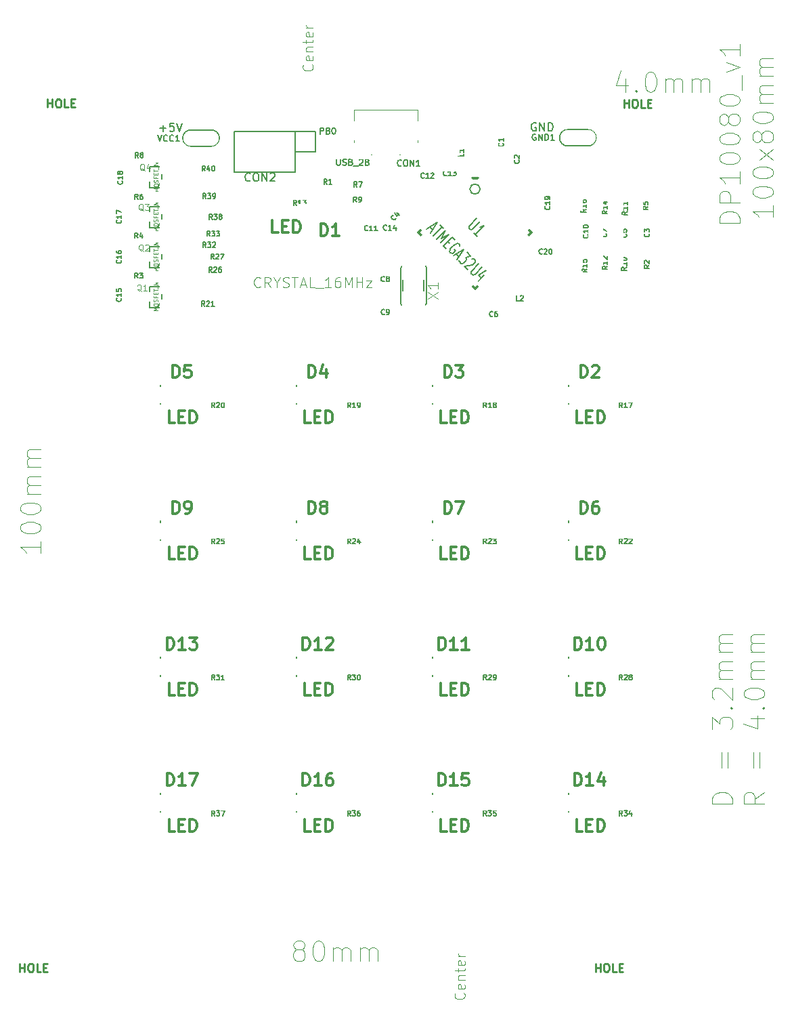
<source format=gto>
G04 (created by PCBNEW (2013-mar-30)-stable) date Mon 10 Jun 2013 18:39:46 BST*
%MOIN*%
G04 Gerber Fmt 3.4, Leading zero omitted, Abs format*
%FSLAX34Y34*%
G01*
G70*
G90*
G04 APERTURE LIST*
%ADD10C,0*%
%ADD11C,0.0039*%
%ADD12C,0.00590551*%
%ADD13C,0.006*%
%ADD14C,0.005*%
%ADD15C,0.008*%
%ADD16C,0.012*%
%ADD17C,0.01*%
%ADD18C,0.0035*%
%ADD19C,0.003*%
%ADD20C,0.145984*%
%ADD21R,0.0947X0.0947*%
%ADD22R,0.0948X0.0947*%
%ADD23R,0.0907X0.0947*%
%ADD24R,0.1025X0.0829*%
%ADD25R,0.0357X0.073*%
%ADD26R,0.0790551X0.0829921*%
%ADD27R,0.08X0.08*%
%ADD28R,0.1144X0.0987*%
%ADD29C,0.08*%
%ADD30R,0.0594X0.0476*%
%ADD31C,0.075*%
%ADD32R,0.075X0.055*%
%ADD33R,0.055X0.075*%
G04 APERTURE END LIST*
G54D10*
G54D11*
X50216Y-21436D02*
X50216Y-21358D01*
X47066Y-21436D02*
X47066Y-21358D01*
X50216Y-23562D02*
X47066Y-23562D01*
X47066Y-23562D02*
X47066Y-21436D01*
X47066Y-21358D02*
X50216Y-21358D01*
X50216Y-21436D02*
X50216Y-23562D01*
G54D12*
X37549Y-55915D02*
X37549Y-54970D01*
X57627Y-55915D02*
X57627Y-54970D01*
X37549Y-49222D02*
X37549Y-48277D01*
X57627Y-49222D02*
X57627Y-48277D01*
X37549Y-42529D02*
X37549Y-41584D01*
X57627Y-42529D02*
X57627Y-41584D01*
X37549Y-35836D02*
X37549Y-34891D01*
X57627Y-35836D02*
X57627Y-34891D01*
X44369Y-26860D02*
X44369Y-25915D01*
G54D13*
X45185Y-23433D02*
X44185Y-23433D01*
X44185Y-22433D02*
X45185Y-22433D01*
X44185Y-23433D02*
X44185Y-22433D01*
X45185Y-22433D02*
X45185Y-23433D01*
G54D14*
X49374Y-30899D02*
X49374Y-29155D01*
X49524Y-29043D02*
X50544Y-29043D01*
X50632Y-29131D02*
X50632Y-30886D01*
X50508Y-31011D02*
X49524Y-31011D01*
X50514Y-29476D02*
X50514Y-30578D01*
X50239Y-30814D02*
X49689Y-30814D01*
X49492Y-30578D02*
X49492Y-29516D01*
X49728Y-29240D02*
X50278Y-29240D01*
X49374Y-30899D02*
G75*
G03X49525Y-31011I130J19D01*
G74*
G01*
X49525Y-29043D02*
G75*
G03X49374Y-29155I-19J-130D01*
G74*
G01*
X50632Y-29131D02*
G75*
G03X50544Y-29043I-88J0D01*
G74*
G01*
X50508Y-31010D02*
G75*
G03X50632Y-30886I0J124D01*
G74*
G01*
X50239Y-30814D02*
G75*
G03X50514Y-30578I19J256D01*
G74*
G01*
X49491Y-30578D02*
G75*
G03X49689Y-30814I217J-18D01*
G74*
G01*
X49728Y-29240D02*
G75*
G03X49492Y-29516I20J-255D01*
G74*
G01*
X50514Y-29476D02*
G75*
G03X50278Y-29240I-236J0D01*
G74*
G01*
G54D15*
X44177Y-24444D02*
X41177Y-24444D01*
X41177Y-22444D02*
X44177Y-22444D01*
X44177Y-22444D02*
X44177Y-24444D01*
X41177Y-24444D02*
X41177Y-22444D01*
G54D14*
X37622Y-30770D02*
X37422Y-31070D01*
X37622Y-30070D02*
X37622Y-31095D01*
X37622Y-31095D02*
X37022Y-31095D01*
X37022Y-31095D02*
X37022Y-30070D01*
X37022Y-30070D02*
X37622Y-30070D01*
X37622Y-28802D02*
X37422Y-29102D01*
X37622Y-28102D02*
X37622Y-29127D01*
X37622Y-29127D02*
X37022Y-29127D01*
X37022Y-29127D02*
X37022Y-28102D01*
X37022Y-28102D02*
X37622Y-28102D01*
X37622Y-24865D02*
X37422Y-25165D01*
X37622Y-24165D02*
X37622Y-25190D01*
X37622Y-25190D02*
X37022Y-25190D01*
X37022Y-25190D02*
X37022Y-24165D01*
X37022Y-24165D02*
X37622Y-24165D01*
X37622Y-26833D02*
X37422Y-27133D01*
X37622Y-26133D02*
X37622Y-27158D01*
X37622Y-27158D02*
X37022Y-27158D01*
X37022Y-27158D02*
X37022Y-26133D01*
X37022Y-26133D02*
X37622Y-26133D01*
G54D16*
X55817Y-27389D02*
X53031Y-30175D01*
X53031Y-30175D02*
X50245Y-27389D01*
X52897Y-24738D02*
X50245Y-27389D01*
X53165Y-24738D02*
X55817Y-27389D01*
X52897Y-24738D02*
X53165Y-24738D01*
G54D15*
X53281Y-25268D02*
G75*
G03X53281Y-25268I-250J0D01*
G74*
G01*
G54D12*
X50935Y-55915D02*
X50935Y-54970D01*
X50935Y-49222D02*
X50935Y-48277D01*
X50935Y-42529D02*
X50935Y-41584D01*
X50935Y-35836D02*
X50935Y-34891D01*
X44242Y-35836D02*
X44242Y-34891D01*
X44242Y-42529D02*
X44242Y-41584D01*
X44242Y-49222D02*
X44242Y-48277D01*
X44242Y-55915D02*
X44242Y-54970D01*
G54D14*
X58594Y-23148D02*
X57594Y-23148D01*
X58594Y-22348D02*
X57594Y-22348D01*
X58594Y-23148D02*
G75*
G03X58994Y-22748I0J400D01*
G74*
G01*
X58994Y-22748D02*
G75*
G03X58594Y-22348I-400J0D01*
G74*
G01*
X57194Y-22748D02*
G75*
G03X57594Y-23148I400J0D01*
G74*
G01*
X57594Y-22348D02*
G75*
G03X57194Y-22748I0J-400D01*
G74*
G01*
X39043Y-22359D02*
X40043Y-22359D01*
X39043Y-23159D02*
X40043Y-23159D01*
X39043Y-22359D02*
G75*
G03X38643Y-22759I0J-400D01*
G74*
G01*
X38643Y-22759D02*
G75*
G03X39043Y-23159I400J0D01*
G74*
G01*
X40443Y-22759D02*
G75*
G03X40043Y-22359I-400J0D01*
G74*
G01*
X40043Y-23159D02*
G75*
G03X40443Y-22759I0J400D01*
G74*
G01*
X48364Y-28238D02*
X48364Y-28638D01*
X48364Y-28638D02*
X47764Y-28638D01*
X47764Y-28638D02*
X47764Y-28238D01*
X47764Y-27838D02*
X47764Y-27438D01*
X47764Y-27438D02*
X48364Y-27438D01*
X48364Y-27438D02*
X48364Y-27838D01*
X52209Y-23959D02*
X52209Y-24359D01*
X52209Y-24359D02*
X51609Y-24359D01*
X51609Y-24359D02*
X51609Y-23959D01*
X51609Y-23559D02*
X51609Y-23159D01*
X51609Y-23159D02*
X52209Y-23159D01*
X52209Y-23159D02*
X52209Y-23559D01*
X53507Y-23217D02*
X53507Y-22817D01*
X53507Y-22817D02*
X54107Y-22817D01*
X54107Y-22817D02*
X54107Y-23217D01*
X54107Y-23617D02*
X54107Y-24017D01*
X54107Y-24017D02*
X53507Y-24017D01*
X53507Y-24017D02*
X53507Y-23617D01*
X60644Y-28992D02*
X60644Y-28592D01*
X60644Y-28592D02*
X61244Y-28592D01*
X61244Y-28592D02*
X61244Y-28992D01*
X61244Y-29392D02*
X61244Y-29792D01*
X61244Y-29792D02*
X60644Y-29792D01*
X60644Y-29792D02*
X60644Y-29392D01*
X37621Y-29286D02*
X38021Y-29286D01*
X38021Y-29286D02*
X38021Y-29886D01*
X38021Y-29886D02*
X37621Y-29886D01*
X37221Y-29886D02*
X36821Y-29886D01*
X36821Y-29886D02*
X36821Y-29286D01*
X36821Y-29286D02*
X37221Y-29286D01*
X49732Y-25650D02*
X50015Y-25367D01*
X50015Y-25367D02*
X50439Y-25791D01*
X50439Y-25791D02*
X50156Y-26074D01*
X49873Y-26357D02*
X49591Y-26640D01*
X49591Y-26640D02*
X49166Y-26216D01*
X49166Y-26216D02*
X49449Y-25933D01*
X51481Y-23959D02*
X51481Y-24359D01*
X51481Y-24359D02*
X50881Y-24359D01*
X50881Y-24359D02*
X50881Y-23959D01*
X50881Y-23559D02*
X50881Y-23159D01*
X50881Y-23159D02*
X51481Y-23159D01*
X51481Y-23159D02*
X51481Y-23559D01*
X48814Y-30511D02*
X49214Y-30511D01*
X49214Y-30511D02*
X49214Y-31111D01*
X49214Y-31111D02*
X48814Y-31111D01*
X48414Y-31111D02*
X48014Y-31111D01*
X48014Y-31111D02*
X48014Y-30511D01*
X48014Y-30511D02*
X48414Y-30511D01*
X45579Y-25740D02*
X45179Y-25740D01*
X45179Y-25740D02*
X45179Y-25140D01*
X45179Y-25140D02*
X45579Y-25140D01*
X45979Y-25140D02*
X46379Y-25140D01*
X46379Y-25140D02*
X46379Y-25740D01*
X46379Y-25740D02*
X45979Y-25740D01*
X53193Y-23684D02*
X53193Y-24084D01*
X53193Y-24084D02*
X52593Y-24084D01*
X52593Y-24084D02*
X52593Y-23684D01*
X52593Y-23284D02*
X52593Y-22884D01*
X52593Y-22884D02*
X53193Y-22884D01*
X53193Y-22884D02*
X53193Y-23284D01*
X59276Y-28014D02*
X59276Y-28414D01*
X59276Y-28414D02*
X58676Y-28414D01*
X58676Y-28414D02*
X58676Y-28014D01*
X58676Y-27614D02*
X58676Y-27214D01*
X58676Y-27214D02*
X59276Y-27214D01*
X59276Y-27214D02*
X59276Y-27614D01*
X58292Y-28014D02*
X58292Y-28414D01*
X58292Y-28414D02*
X57692Y-28414D01*
X57692Y-28414D02*
X57692Y-28014D01*
X57692Y-27614D02*
X57692Y-27214D01*
X57692Y-27214D02*
X58292Y-27214D01*
X58292Y-27214D02*
X58292Y-27614D01*
X55436Y-29833D02*
X55836Y-29833D01*
X55836Y-29833D02*
X55836Y-30433D01*
X55836Y-30433D02*
X55436Y-30433D01*
X55036Y-30433D02*
X54636Y-30433D01*
X54636Y-30433D02*
X54636Y-29833D01*
X54636Y-29833D02*
X55036Y-29833D01*
X36398Y-24904D02*
X36398Y-25304D01*
X36398Y-25304D02*
X35798Y-25304D01*
X35798Y-25304D02*
X35798Y-24904D01*
X35798Y-24504D02*
X35798Y-24104D01*
X35798Y-24104D02*
X36398Y-24104D01*
X36398Y-24104D02*
X36398Y-24504D01*
X58676Y-28992D02*
X58676Y-28592D01*
X58676Y-28592D02*
X59276Y-28592D01*
X59276Y-28592D02*
X59276Y-28992D01*
X59276Y-29392D02*
X59276Y-29792D01*
X59276Y-29792D02*
X58676Y-29792D01*
X58676Y-29792D02*
X58676Y-29392D01*
X58292Y-26637D02*
X58292Y-27037D01*
X58292Y-27037D02*
X57692Y-27037D01*
X57692Y-27037D02*
X57692Y-26637D01*
X57692Y-26237D02*
X57692Y-25837D01*
X57692Y-25837D02*
X58292Y-25837D01*
X58292Y-25837D02*
X58292Y-26237D01*
X49164Y-28238D02*
X49164Y-28638D01*
X49164Y-28638D02*
X48564Y-28638D01*
X48564Y-28638D02*
X48564Y-28238D01*
X48564Y-27838D02*
X48564Y-27438D01*
X48564Y-27438D02*
X49164Y-27438D01*
X49164Y-27438D02*
X49164Y-27838D01*
X60260Y-26637D02*
X60260Y-27037D01*
X60260Y-27037D02*
X59660Y-27037D01*
X59660Y-27037D02*
X59660Y-26637D01*
X59660Y-26237D02*
X59660Y-25837D01*
X59660Y-25837D02*
X60260Y-25837D01*
X60260Y-25837D02*
X60260Y-26237D01*
X57692Y-28992D02*
X57692Y-28592D01*
X57692Y-28592D02*
X58292Y-28592D01*
X58292Y-28592D02*
X58292Y-28992D01*
X58292Y-29392D02*
X58292Y-29792D01*
X58292Y-29792D02*
X57692Y-29792D01*
X57692Y-29792D02*
X57692Y-29392D01*
X36343Y-30672D02*
X36343Y-31072D01*
X36343Y-31072D02*
X35743Y-31072D01*
X35743Y-31072D02*
X35743Y-30672D01*
X35743Y-30272D02*
X35743Y-29872D01*
X35743Y-29872D02*
X36343Y-29872D01*
X36343Y-29872D02*
X36343Y-30272D01*
X48029Y-26099D02*
X47629Y-26099D01*
X47629Y-26099D02*
X47629Y-25499D01*
X47629Y-25499D02*
X48029Y-25499D01*
X48429Y-25499D02*
X48829Y-25499D01*
X48829Y-25499D02*
X48829Y-26099D01*
X48829Y-26099D02*
X48429Y-26099D01*
X44601Y-25140D02*
X45001Y-25140D01*
X45001Y-25140D02*
X45001Y-25740D01*
X45001Y-25740D02*
X44601Y-25740D01*
X44201Y-25740D02*
X43801Y-25740D01*
X43801Y-25740D02*
X43801Y-25140D01*
X43801Y-25140D02*
X44201Y-25140D01*
X36343Y-28802D02*
X36343Y-29202D01*
X36343Y-29202D02*
X35743Y-29202D01*
X35743Y-29202D02*
X35743Y-28802D01*
X35743Y-28402D02*
X35743Y-28002D01*
X35743Y-28002D02*
X36343Y-28002D01*
X36343Y-28002D02*
X36343Y-28402D01*
X59660Y-28992D02*
X59660Y-28592D01*
X59660Y-28592D02*
X60260Y-28592D01*
X60260Y-28592D02*
X60260Y-28992D01*
X60260Y-29392D02*
X60260Y-29792D01*
X60260Y-29792D02*
X59660Y-29792D01*
X59660Y-29792D02*
X59660Y-29392D01*
X59276Y-26637D02*
X59276Y-27037D01*
X59276Y-27037D02*
X58676Y-27037D01*
X58676Y-27037D02*
X58676Y-26637D01*
X58676Y-26237D02*
X58676Y-25837D01*
X58676Y-25837D02*
X59276Y-25837D01*
X59276Y-25837D02*
X59276Y-26237D01*
X36343Y-26833D02*
X36343Y-27233D01*
X36343Y-27233D02*
X35743Y-27233D01*
X35743Y-27233D02*
X35743Y-26833D01*
X35743Y-26433D02*
X35743Y-26033D01*
X35743Y-26033D02*
X36343Y-26033D01*
X36343Y-26033D02*
X36343Y-26433D01*
X53959Y-41786D02*
X54359Y-41786D01*
X54359Y-41786D02*
X54359Y-42386D01*
X54359Y-42386D02*
X53959Y-42386D01*
X53559Y-42386D02*
X53159Y-42386D01*
X53159Y-42386D02*
X53159Y-41786D01*
X53159Y-41786D02*
X53559Y-41786D01*
X40574Y-35093D02*
X40974Y-35093D01*
X40974Y-35093D02*
X40974Y-35693D01*
X40974Y-35693D02*
X40574Y-35693D01*
X40174Y-35693D02*
X39774Y-35693D01*
X39774Y-35693D02*
X39774Y-35093D01*
X39774Y-35093D02*
X40174Y-35093D01*
X47266Y-41786D02*
X47666Y-41786D01*
X47666Y-41786D02*
X47666Y-42386D01*
X47666Y-42386D02*
X47266Y-42386D01*
X46866Y-42386D02*
X46466Y-42386D01*
X46466Y-42386D02*
X46466Y-41786D01*
X46466Y-41786D02*
X46866Y-41786D01*
X53959Y-35093D02*
X54359Y-35093D01*
X54359Y-35093D02*
X54359Y-35693D01*
X54359Y-35693D02*
X53959Y-35693D01*
X53559Y-35693D02*
X53159Y-35693D01*
X53159Y-35693D02*
X53159Y-35093D01*
X53159Y-35093D02*
X53559Y-35093D01*
X60652Y-41786D02*
X61052Y-41786D01*
X61052Y-41786D02*
X61052Y-42386D01*
X61052Y-42386D02*
X60652Y-42386D01*
X60252Y-42386D02*
X59852Y-42386D01*
X59852Y-42386D02*
X59852Y-41786D01*
X59852Y-41786D02*
X60252Y-41786D01*
X60652Y-35093D02*
X61052Y-35093D01*
X61052Y-35093D02*
X61052Y-35693D01*
X61052Y-35693D02*
X60652Y-35693D01*
X60252Y-35693D02*
X59852Y-35693D01*
X59852Y-35693D02*
X59852Y-35093D01*
X59852Y-35093D02*
X60252Y-35093D01*
X38999Y-30664D02*
X39399Y-30664D01*
X39399Y-30664D02*
X39399Y-31264D01*
X39399Y-31264D02*
X38999Y-31264D01*
X38599Y-31264D02*
X38199Y-31264D01*
X38199Y-31264D02*
X38199Y-30664D01*
X38199Y-30664D02*
X38599Y-30664D01*
X47266Y-35093D02*
X47666Y-35093D01*
X47666Y-35093D02*
X47666Y-35693D01*
X47666Y-35693D02*
X47266Y-35693D01*
X46866Y-35693D02*
X46466Y-35693D01*
X46466Y-35693D02*
X46466Y-35093D01*
X46466Y-35093D02*
X46866Y-35093D01*
X37621Y-27318D02*
X38021Y-27318D01*
X38021Y-27318D02*
X38021Y-27918D01*
X38021Y-27918D02*
X37621Y-27918D01*
X37221Y-27918D02*
X36821Y-27918D01*
X36821Y-27918D02*
X36821Y-27318D01*
X36821Y-27318D02*
X37221Y-27318D01*
X54290Y-23603D02*
X54290Y-23203D01*
X54290Y-23203D02*
X54890Y-23203D01*
X54890Y-23203D02*
X54890Y-23603D01*
X54890Y-24003D02*
X54890Y-24403D01*
X54890Y-24403D02*
X54290Y-24403D01*
X54290Y-24403D02*
X54290Y-24003D01*
X38999Y-28696D02*
X39399Y-28696D01*
X39399Y-28696D02*
X39399Y-29296D01*
X39399Y-29296D02*
X38999Y-29296D01*
X38599Y-29296D02*
X38199Y-29296D01*
X38199Y-29296D02*
X38199Y-28696D01*
X38199Y-28696D02*
X38599Y-28696D01*
X60652Y-55172D02*
X61052Y-55172D01*
X61052Y-55172D02*
X61052Y-55772D01*
X61052Y-55772D02*
X60652Y-55772D01*
X60252Y-55772D02*
X59852Y-55772D01*
X59852Y-55772D02*
X59852Y-55172D01*
X59852Y-55172D02*
X60252Y-55172D01*
X40574Y-48479D02*
X40974Y-48479D01*
X40974Y-48479D02*
X40974Y-49079D01*
X40974Y-49079D02*
X40574Y-49079D01*
X40174Y-49079D02*
X39774Y-49079D01*
X39774Y-49079D02*
X39774Y-48479D01*
X39774Y-48479D02*
X40174Y-48479D01*
X53959Y-55172D02*
X54359Y-55172D01*
X54359Y-55172D02*
X54359Y-55772D01*
X54359Y-55772D02*
X53959Y-55772D01*
X53559Y-55772D02*
X53159Y-55772D01*
X53159Y-55772D02*
X53159Y-55172D01*
X53159Y-55172D02*
X53559Y-55172D01*
X47266Y-48479D02*
X47666Y-48479D01*
X47666Y-48479D02*
X47666Y-49079D01*
X47666Y-49079D02*
X47266Y-49079D01*
X46866Y-49079D02*
X46466Y-49079D01*
X46466Y-49079D02*
X46466Y-48479D01*
X46466Y-48479D02*
X46866Y-48479D01*
X53959Y-48479D02*
X54359Y-48479D01*
X54359Y-48479D02*
X54359Y-49079D01*
X54359Y-49079D02*
X53959Y-49079D01*
X53559Y-49079D02*
X53159Y-49079D01*
X53159Y-49079D02*
X53159Y-48479D01*
X53159Y-48479D02*
X53559Y-48479D01*
X60652Y-48479D02*
X61052Y-48479D01*
X61052Y-48479D02*
X61052Y-49079D01*
X61052Y-49079D02*
X60652Y-49079D01*
X60252Y-49079D02*
X59852Y-49079D01*
X59852Y-49079D02*
X59852Y-48479D01*
X59852Y-48479D02*
X60252Y-48479D01*
X47266Y-55172D02*
X47666Y-55172D01*
X47666Y-55172D02*
X47666Y-55772D01*
X47666Y-55772D02*
X47266Y-55772D01*
X46866Y-55772D02*
X46466Y-55772D01*
X46466Y-55772D02*
X46466Y-55172D01*
X46466Y-55172D02*
X46866Y-55172D01*
X40574Y-41786D02*
X40974Y-41786D01*
X40974Y-41786D02*
X40974Y-42386D01*
X40974Y-42386D02*
X40574Y-42386D01*
X40174Y-42386D02*
X39774Y-42386D01*
X39774Y-42386D02*
X39774Y-41786D01*
X39774Y-41786D02*
X40174Y-41786D01*
X40574Y-55172D02*
X40974Y-55172D01*
X40974Y-55172D02*
X40974Y-55772D01*
X40974Y-55772D02*
X40574Y-55772D01*
X40174Y-55772D02*
X39774Y-55772D01*
X39774Y-55772D02*
X39774Y-55172D01*
X39774Y-55172D02*
X40174Y-55172D01*
X38603Y-30488D02*
X38203Y-30488D01*
X38203Y-30488D02*
X38203Y-29888D01*
X38203Y-29888D02*
X38603Y-29888D01*
X39003Y-29888D02*
X39403Y-29888D01*
X39403Y-29888D02*
X39403Y-30488D01*
X39403Y-30488D02*
X39003Y-30488D01*
X38607Y-28504D02*
X38207Y-28504D01*
X38207Y-28504D02*
X38207Y-27904D01*
X38207Y-27904D02*
X38607Y-27904D01*
X39007Y-27904D02*
X39407Y-27904D01*
X39407Y-27904D02*
X39407Y-28504D01*
X39407Y-28504D02*
X39007Y-28504D01*
X38999Y-26727D02*
X39399Y-26727D01*
X39399Y-26727D02*
X39399Y-27327D01*
X39399Y-27327D02*
X38999Y-27327D01*
X38599Y-27327D02*
X38199Y-27327D01*
X38199Y-27327D02*
X38199Y-26727D01*
X38199Y-26727D02*
X38599Y-26727D01*
X38599Y-26548D02*
X38199Y-26548D01*
X38199Y-26548D02*
X38199Y-25948D01*
X38199Y-25948D02*
X38599Y-25948D01*
X38999Y-25948D02*
X39399Y-25948D01*
X39399Y-25948D02*
X39399Y-26548D01*
X39399Y-26548D02*
X38999Y-26548D01*
X39097Y-24857D02*
X39497Y-24857D01*
X39497Y-24857D02*
X39497Y-25457D01*
X39497Y-25457D02*
X39097Y-25457D01*
X38697Y-25457D02*
X38297Y-25457D01*
X38297Y-25457D02*
X38297Y-24857D01*
X38297Y-24857D02*
X38697Y-24857D01*
X38697Y-24670D02*
X38297Y-24670D01*
X38297Y-24670D02*
X38297Y-24070D01*
X38297Y-24070D02*
X38697Y-24070D01*
X39097Y-24070D02*
X39497Y-24070D01*
X39497Y-24070D02*
X39497Y-24670D01*
X39497Y-24670D02*
X39097Y-24670D01*
X48029Y-25399D02*
X47629Y-25399D01*
X47629Y-25399D02*
X47629Y-24799D01*
X47629Y-24799D02*
X48029Y-24799D01*
X48429Y-24799D02*
X48829Y-24799D01*
X48829Y-24799D02*
X48829Y-25399D01*
X48829Y-25399D02*
X48429Y-25399D01*
X37621Y-23381D02*
X38021Y-23381D01*
X38021Y-23381D02*
X38021Y-23981D01*
X38021Y-23981D02*
X37621Y-23981D01*
X37221Y-23981D02*
X36821Y-23981D01*
X36821Y-23981D02*
X36821Y-23381D01*
X36821Y-23381D02*
X37221Y-23381D01*
X37621Y-25349D02*
X38021Y-25349D01*
X38021Y-25349D02*
X38021Y-25949D01*
X38021Y-25949D02*
X37621Y-25949D01*
X37221Y-25949D02*
X36821Y-25949D01*
X36821Y-25949D02*
X36821Y-25349D01*
X36821Y-25349D02*
X37221Y-25349D01*
X61244Y-28014D02*
X61244Y-28414D01*
X61244Y-28414D02*
X60644Y-28414D01*
X60644Y-28414D02*
X60644Y-28014D01*
X60644Y-27614D02*
X60644Y-27214D01*
X60644Y-27214D02*
X61244Y-27214D01*
X61244Y-27214D02*
X61244Y-27614D01*
X61244Y-26637D02*
X61244Y-27037D01*
X61244Y-27037D02*
X60644Y-27037D01*
X60644Y-27037D02*
X60644Y-26637D01*
X60644Y-26237D02*
X60644Y-25837D01*
X60644Y-25837D02*
X61244Y-25837D01*
X61244Y-25837D02*
X61244Y-26237D01*
X60260Y-28014D02*
X60260Y-28414D01*
X60260Y-28414D02*
X59660Y-28414D01*
X59660Y-28414D02*
X59660Y-28014D01*
X59660Y-27614D02*
X59660Y-27214D01*
X59660Y-27214D02*
X60260Y-27214D01*
X60260Y-27214D02*
X60260Y-27614D01*
X54144Y-30609D02*
X54544Y-30609D01*
X54544Y-30609D02*
X54544Y-31209D01*
X54544Y-31209D02*
X54144Y-31209D01*
X53744Y-31209D02*
X53344Y-31209D01*
X53344Y-31209D02*
X53344Y-30609D01*
X53344Y-30609D02*
X53744Y-30609D01*
X48810Y-28892D02*
X49210Y-28892D01*
X49210Y-28892D02*
X49210Y-29492D01*
X49210Y-29492D02*
X48810Y-29492D01*
X48410Y-29492D02*
X48010Y-29492D01*
X48010Y-29492D02*
X48010Y-28892D01*
X48010Y-28892D02*
X48410Y-28892D01*
X56864Y-26438D02*
X56864Y-26038D01*
X56864Y-26038D02*
X57464Y-26038D01*
X57464Y-26038D02*
X57464Y-26438D01*
X57464Y-26838D02*
X57464Y-27238D01*
X57464Y-27238D02*
X56864Y-27238D01*
X56864Y-27238D02*
X56864Y-26838D01*
X56164Y-27238D02*
X56164Y-26838D01*
X56164Y-26838D02*
X56764Y-26838D01*
X56764Y-26838D02*
X56764Y-27238D01*
X56764Y-27638D02*
X56764Y-28038D01*
X56764Y-28038D02*
X56164Y-28038D01*
X56164Y-28038D02*
X56164Y-27638D01*
G54D17*
X58969Y-63764D02*
X58969Y-63364D01*
X58969Y-63554D02*
X59197Y-63554D01*
X59197Y-63764D02*
X59197Y-63364D01*
X59464Y-63364D02*
X59540Y-63364D01*
X59578Y-63383D01*
X59616Y-63421D01*
X59635Y-63497D01*
X59635Y-63630D01*
X59616Y-63707D01*
X59578Y-63745D01*
X59540Y-63764D01*
X59464Y-63764D01*
X59426Y-63745D01*
X59388Y-63707D01*
X59369Y-63630D01*
X59369Y-63497D01*
X59388Y-63421D01*
X59426Y-63383D01*
X59464Y-63364D01*
X59997Y-63764D02*
X59807Y-63764D01*
X59807Y-63364D01*
X60131Y-63554D02*
X60264Y-63554D01*
X60321Y-63764D02*
X60131Y-63764D01*
X60131Y-63364D01*
X60321Y-63364D01*
X30622Y-63764D02*
X30622Y-63364D01*
X30622Y-63554D02*
X30851Y-63554D01*
X30851Y-63764D02*
X30851Y-63364D01*
X31117Y-63364D02*
X31194Y-63364D01*
X31232Y-63383D01*
X31270Y-63421D01*
X31289Y-63497D01*
X31289Y-63630D01*
X31270Y-63707D01*
X31232Y-63745D01*
X31194Y-63764D01*
X31117Y-63764D01*
X31079Y-63745D01*
X31041Y-63707D01*
X31022Y-63630D01*
X31022Y-63497D01*
X31041Y-63421D01*
X31079Y-63383D01*
X31117Y-63364D01*
X31651Y-63764D02*
X31460Y-63764D01*
X31460Y-63364D01*
X31784Y-63554D02*
X31917Y-63554D01*
X31975Y-63764D02*
X31784Y-63764D01*
X31784Y-63364D01*
X31975Y-63364D01*
X60366Y-21254D02*
X60366Y-20854D01*
X60366Y-21044D02*
X60595Y-21044D01*
X60595Y-21254D02*
X60595Y-20854D01*
X60862Y-20854D02*
X60938Y-20854D01*
X60976Y-20873D01*
X61014Y-20911D01*
X61033Y-20987D01*
X61033Y-21121D01*
X61014Y-21197D01*
X60976Y-21235D01*
X60938Y-21254D01*
X60862Y-21254D01*
X60823Y-21235D01*
X60785Y-21197D01*
X60766Y-21121D01*
X60766Y-20987D01*
X60785Y-20911D01*
X60823Y-20873D01*
X60862Y-20854D01*
X61395Y-21254D02*
X61204Y-21254D01*
X61204Y-20854D01*
X61528Y-21044D02*
X61662Y-21044D01*
X61719Y-21254D02*
X61528Y-21254D01*
X61528Y-20854D01*
X61719Y-20854D01*
G54D18*
X66074Y-26940D02*
X65074Y-26940D01*
X65074Y-26701D01*
X65121Y-26559D01*
X65216Y-26463D01*
X65312Y-26416D01*
X65502Y-26368D01*
X65645Y-26368D01*
X65835Y-26416D01*
X65931Y-26463D01*
X66026Y-26559D01*
X66074Y-26701D01*
X66074Y-26940D01*
X66074Y-25940D02*
X65074Y-25940D01*
X65074Y-25559D01*
X65121Y-25463D01*
X65169Y-25416D01*
X65264Y-25368D01*
X65407Y-25368D01*
X65502Y-25416D01*
X65550Y-25463D01*
X65597Y-25559D01*
X65597Y-25940D01*
X66074Y-24416D02*
X66074Y-24987D01*
X66074Y-24701D02*
X65074Y-24701D01*
X65216Y-24797D01*
X65312Y-24892D01*
X65359Y-24987D01*
X65074Y-23797D02*
X65074Y-23701D01*
X65121Y-23606D01*
X65169Y-23559D01*
X65264Y-23511D01*
X65455Y-23463D01*
X65693Y-23463D01*
X65883Y-23511D01*
X65978Y-23559D01*
X66026Y-23606D01*
X66074Y-23701D01*
X66074Y-23797D01*
X66026Y-23892D01*
X65978Y-23940D01*
X65883Y-23987D01*
X65693Y-24035D01*
X65455Y-24035D01*
X65264Y-23987D01*
X65169Y-23940D01*
X65121Y-23892D01*
X65074Y-23797D01*
X65074Y-22844D02*
X65074Y-22749D01*
X65121Y-22654D01*
X65169Y-22606D01*
X65264Y-22559D01*
X65455Y-22511D01*
X65693Y-22511D01*
X65883Y-22559D01*
X65978Y-22606D01*
X66026Y-22654D01*
X66074Y-22749D01*
X66074Y-22844D01*
X66026Y-22940D01*
X65978Y-22987D01*
X65883Y-23035D01*
X65693Y-23082D01*
X65455Y-23082D01*
X65264Y-23035D01*
X65169Y-22987D01*
X65121Y-22940D01*
X65074Y-22844D01*
X65502Y-21940D02*
X65455Y-22035D01*
X65407Y-22082D01*
X65312Y-22130D01*
X65264Y-22130D01*
X65169Y-22082D01*
X65121Y-22035D01*
X65074Y-21940D01*
X65074Y-21749D01*
X65121Y-21654D01*
X65169Y-21606D01*
X65264Y-21559D01*
X65312Y-21559D01*
X65407Y-21606D01*
X65455Y-21654D01*
X65502Y-21749D01*
X65502Y-21940D01*
X65550Y-22035D01*
X65597Y-22082D01*
X65693Y-22130D01*
X65883Y-22130D01*
X65978Y-22082D01*
X66026Y-22035D01*
X66074Y-21940D01*
X66074Y-21749D01*
X66026Y-21654D01*
X65978Y-21606D01*
X65883Y-21559D01*
X65693Y-21559D01*
X65597Y-21606D01*
X65550Y-21654D01*
X65502Y-21749D01*
X65074Y-20940D02*
X65074Y-20844D01*
X65121Y-20749D01*
X65169Y-20701D01*
X65264Y-20654D01*
X65455Y-20606D01*
X65693Y-20606D01*
X65883Y-20654D01*
X65978Y-20701D01*
X66026Y-20749D01*
X66074Y-20844D01*
X66074Y-20940D01*
X66026Y-21035D01*
X65978Y-21082D01*
X65883Y-21130D01*
X65693Y-21178D01*
X65455Y-21178D01*
X65264Y-21130D01*
X65169Y-21082D01*
X65121Y-21035D01*
X65074Y-20940D01*
X66169Y-20416D02*
X66169Y-19654D01*
X65407Y-19511D02*
X66074Y-19273D01*
X65407Y-19035D01*
X66074Y-18130D02*
X66074Y-18701D01*
X66074Y-18416D02*
X65074Y-18416D01*
X65216Y-18511D01*
X65312Y-18606D01*
X65359Y-18701D01*
X67707Y-26073D02*
X67707Y-26645D01*
X67707Y-26359D02*
X66707Y-26359D01*
X66850Y-26454D01*
X66946Y-26549D01*
X66993Y-26645D01*
X66707Y-25454D02*
X66707Y-25359D01*
X66755Y-25264D01*
X66803Y-25216D01*
X66898Y-25168D01*
X67088Y-25121D01*
X67326Y-25121D01*
X67517Y-25168D01*
X67612Y-25216D01*
X67660Y-25264D01*
X67707Y-25359D01*
X67707Y-25454D01*
X67660Y-25549D01*
X67612Y-25597D01*
X67517Y-25645D01*
X67326Y-25692D01*
X67088Y-25692D01*
X66898Y-25645D01*
X66803Y-25597D01*
X66755Y-25549D01*
X66707Y-25454D01*
X66707Y-24502D02*
X66707Y-24407D01*
X66755Y-24311D01*
X66803Y-24264D01*
X66898Y-24216D01*
X67088Y-24168D01*
X67326Y-24168D01*
X67517Y-24216D01*
X67612Y-24264D01*
X67660Y-24311D01*
X67707Y-24407D01*
X67707Y-24502D01*
X67660Y-24597D01*
X67612Y-24645D01*
X67517Y-24692D01*
X67326Y-24740D01*
X67088Y-24740D01*
X66898Y-24692D01*
X66803Y-24645D01*
X66755Y-24597D01*
X66707Y-24502D01*
X67707Y-23835D02*
X67041Y-23311D01*
X67041Y-23835D02*
X67707Y-23311D01*
X67136Y-22787D02*
X67088Y-22883D01*
X67041Y-22930D01*
X66946Y-22978D01*
X66898Y-22978D01*
X66803Y-22930D01*
X66755Y-22883D01*
X66707Y-22787D01*
X66707Y-22597D01*
X66755Y-22502D01*
X66803Y-22454D01*
X66898Y-22407D01*
X66946Y-22407D01*
X67041Y-22454D01*
X67088Y-22502D01*
X67136Y-22597D01*
X67136Y-22787D01*
X67184Y-22883D01*
X67231Y-22930D01*
X67326Y-22978D01*
X67517Y-22978D01*
X67612Y-22930D01*
X67660Y-22883D01*
X67707Y-22787D01*
X67707Y-22597D01*
X67660Y-22502D01*
X67612Y-22454D01*
X67517Y-22407D01*
X67326Y-22407D01*
X67231Y-22454D01*
X67184Y-22502D01*
X67136Y-22597D01*
X66707Y-21787D02*
X66707Y-21692D01*
X66755Y-21597D01*
X66803Y-21549D01*
X66898Y-21502D01*
X67088Y-21454D01*
X67326Y-21454D01*
X67517Y-21502D01*
X67612Y-21549D01*
X67660Y-21597D01*
X67707Y-21692D01*
X67707Y-21787D01*
X67660Y-21883D01*
X67612Y-21930D01*
X67517Y-21978D01*
X67326Y-22026D01*
X67088Y-22026D01*
X66898Y-21978D01*
X66803Y-21930D01*
X66755Y-21883D01*
X66707Y-21787D01*
X67707Y-21026D02*
X67041Y-21026D01*
X67136Y-21026D02*
X67088Y-20978D01*
X67041Y-20883D01*
X67041Y-20740D01*
X67088Y-20645D01*
X67184Y-20597D01*
X67707Y-20597D01*
X67184Y-20597D02*
X67088Y-20549D01*
X67041Y-20454D01*
X67041Y-20311D01*
X67088Y-20216D01*
X67184Y-20168D01*
X67707Y-20168D01*
X67707Y-19692D02*
X67041Y-19692D01*
X67136Y-19692D02*
X67088Y-19645D01*
X67041Y-19549D01*
X67041Y-19407D01*
X67088Y-19311D01*
X67184Y-19264D01*
X67707Y-19264D01*
X67184Y-19264D02*
X67088Y-19216D01*
X67041Y-19121D01*
X67041Y-18978D01*
X67088Y-18883D01*
X67184Y-18835D01*
X67707Y-18835D01*
X65701Y-55505D02*
X64701Y-55505D01*
X64701Y-55267D01*
X64749Y-55124D01*
X64844Y-55029D01*
X64939Y-54981D01*
X65130Y-54934D01*
X65272Y-54934D01*
X65463Y-54981D01*
X65558Y-55029D01*
X65653Y-55124D01*
X65701Y-55267D01*
X65701Y-55505D01*
X65177Y-53743D02*
X65177Y-52981D01*
X65463Y-52981D02*
X65463Y-53743D01*
X64701Y-51839D02*
X64701Y-51220D01*
X65082Y-51553D01*
X65082Y-51410D01*
X65130Y-51315D01*
X65177Y-51267D01*
X65272Y-51220D01*
X65511Y-51220D01*
X65606Y-51267D01*
X65653Y-51315D01*
X65701Y-51410D01*
X65701Y-51696D01*
X65653Y-51791D01*
X65606Y-51839D01*
X65606Y-50791D02*
X65653Y-50743D01*
X65701Y-50791D01*
X65653Y-50839D01*
X65606Y-50791D01*
X65701Y-50791D01*
X64796Y-50362D02*
X64749Y-50315D01*
X64701Y-50220D01*
X64701Y-49981D01*
X64749Y-49886D01*
X64796Y-49839D01*
X64892Y-49791D01*
X64987Y-49791D01*
X65130Y-49839D01*
X65701Y-50410D01*
X65701Y-49791D01*
X65701Y-49362D02*
X65034Y-49362D01*
X65130Y-49362D02*
X65082Y-49315D01*
X65034Y-49220D01*
X65034Y-49077D01*
X65082Y-48981D01*
X65177Y-48934D01*
X65701Y-48934D01*
X65177Y-48934D02*
X65082Y-48886D01*
X65034Y-48791D01*
X65034Y-48648D01*
X65082Y-48553D01*
X65177Y-48505D01*
X65701Y-48505D01*
X65701Y-48029D02*
X65034Y-48029D01*
X65130Y-48029D02*
X65082Y-47981D01*
X65034Y-47886D01*
X65034Y-47743D01*
X65082Y-47648D01*
X65177Y-47601D01*
X65701Y-47601D01*
X65177Y-47601D02*
X65082Y-47553D01*
X65034Y-47458D01*
X65034Y-47315D01*
X65082Y-47220D01*
X65177Y-47172D01*
X65701Y-47172D01*
X60440Y-19829D02*
X60440Y-20495D01*
X60202Y-19448D02*
X59964Y-20162D01*
X60583Y-20162D01*
X60964Y-20400D02*
X61012Y-20448D01*
X60964Y-20495D01*
X60916Y-20448D01*
X60964Y-20400D01*
X60964Y-20495D01*
X61631Y-19495D02*
X61726Y-19495D01*
X61821Y-19543D01*
X61869Y-19591D01*
X61916Y-19686D01*
X61964Y-19876D01*
X61964Y-20114D01*
X61916Y-20305D01*
X61869Y-20400D01*
X61821Y-20448D01*
X61726Y-20495D01*
X61631Y-20495D01*
X61535Y-20448D01*
X61488Y-20400D01*
X61440Y-20305D01*
X61393Y-20114D01*
X61393Y-19876D01*
X61440Y-19686D01*
X61488Y-19591D01*
X61535Y-19543D01*
X61631Y-19495D01*
X62393Y-20495D02*
X62393Y-19829D01*
X62393Y-19924D02*
X62440Y-19876D01*
X62535Y-19829D01*
X62678Y-19829D01*
X62773Y-19876D01*
X62821Y-19972D01*
X62821Y-20495D01*
X62821Y-19972D02*
X62869Y-19876D01*
X62964Y-19829D01*
X63107Y-19829D01*
X63202Y-19876D01*
X63250Y-19972D01*
X63250Y-20495D01*
X63726Y-20495D02*
X63726Y-19829D01*
X63726Y-19924D02*
X63773Y-19876D01*
X63869Y-19829D01*
X64012Y-19829D01*
X64107Y-19876D01*
X64154Y-19972D01*
X64154Y-20495D01*
X64154Y-19972D02*
X64202Y-19876D01*
X64297Y-19829D01*
X64440Y-19829D01*
X64535Y-19876D01*
X64583Y-19972D01*
X64583Y-20495D01*
X67276Y-54934D02*
X66800Y-55267D01*
X67276Y-55505D02*
X66276Y-55505D01*
X66276Y-55124D01*
X66324Y-55029D01*
X66371Y-54981D01*
X66467Y-54934D01*
X66609Y-54934D01*
X66705Y-54981D01*
X66752Y-55029D01*
X66800Y-55124D01*
X66800Y-55505D01*
X66752Y-53743D02*
X66752Y-52981D01*
X67038Y-52981D02*
X67038Y-53743D01*
X66609Y-51315D02*
X67276Y-51315D01*
X66228Y-51553D02*
X66943Y-51791D01*
X66943Y-51172D01*
X67181Y-50791D02*
X67228Y-50743D01*
X67276Y-50791D01*
X67228Y-50839D01*
X67181Y-50791D01*
X67276Y-50791D01*
X66276Y-50124D02*
X66276Y-50029D01*
X66324Y-49934D01*
X66371Y-49886D01*
X66467Y-49839D01*
X66657Y-49791D01*
X66895Y-49791D01*
X67086Y-49839D01*
X67181Y-49886D01*
X67228Y-49934D01*
X67276Y-50029D01*
X67276Y-50124D01*
X67228Y-50220D01*
X67181Y-50267D01*
X67086Y-50315D01*
X66895Y-50362D01*
X66657Y-50362D01*
X66467Y-50315D01*
X66371Y-50267D01*
X66324Y-50220D01*
X66276Y-50124D01*
X67276Y-49362D02*
X66609Y-49362D01*
X66705Y-49362D02*
X66657Y-49315D01*
X66609Y-49220D01*
X66609Y-49077D01*
X66657Y-48981D01*
X66752Y-48934D01*
X67276Y-48934D01*
X66752Y-48934D02*
X66657Y-48886D01*
X66609Y-48791D01*
X66609Y-48648D01*
X66657Y-48553D01*
X66752Y-48505D01*
X67276Y-48505D01*
X67276Y-48029D02*
X66609Y-48029D01*
X66705Y-48029D02*
X66657Y-47981D01*
X66609Y-47886D01*
X66609Y-47743D01*
X66657Y-47648D01*
X66752Y-47601D01*
X67276Y-47601D01*
X66752Y-47601D02*
X66657Y-47553D01*
X66609Y-47458D01*
X66609Y-47315D01*
X66657Y-47220D01*
X66752Y-47172D01*
X67276Y-47172D01*
X31644Y-42590D02*
X31644Y-43161D01*
X31644Y-42876D02*
X30644Y-42876D01*
X30787Y-42971D01*
X30883Y-43066D01*
X30930Y-43161D01*
X30644Y-41971D02*
X30644Y-41876D01*
X30692Y-41781D01*
X30740Y-41733D01*
X30835Y-41685D01*
X31025Y-41638D01*
X31263Y-41638D01*
X31454Y-41685D01*
X31549Y-41733D01*
X31597Y-41781D01*
X31644Y-41876D01*
X31644Y-41971D01*
X31597Y-42066D01*
X31549Y-42114D01*
X31454Y-42161D01*
X31263Y-42209D01*
X31025Y-42209D01*
X30835Y-42161D01*
X30740Y-42114D01*
X30692Y-42066D01*
X30644Y-41971D01*
X30644Y-41019D02*
X30644Y-40923D01*
X30692Y-40828D01*
X30740Y-40781D01*
X30835Y-40733D01*
X31025Y-40685D01*
X31263Y-40685D01*
X31454Y-40733D01*
X31549Y-40781D01*
X31597Y-40828D01*
X31644Y-40923D01*
X31644Y-41019D01*
X31597Y-41114D01*
X31549Y-41161D01*
X31454Y-41209D01*
X31263Y-41257D01*
X31025Y-41257D01*
X30835Y-41209D01*
X30740Y-41161D01*
X30692Y-41114D01*
X30644Y-41019D01*
X31644Y-40257D02*
X30978Y-40257D01*
X31073Y-40257D02*
X31025Y-40209D01*
X30978Y-40114D01*
X30978Y-39971D01*
X31025Y-39876D01*
X31121Y-39828D01*
X31644Y-39828D01*
X31121Y-39828D02*
X31025Y-39781D01*
X30978Y-39685D01*
X30978Y-39542D01*
X31025Y-39447D01*
X31121Y-39400D01*
X31644Y-39400D01*
X31644Y-38923D02*
X30978Y-38923D01*
X31073Y-38923D02*
X31025Y-38876D01*
X30978Y-38781D01*
X30978Y-38638D01*
X31025Y-38542D01*
X31121Y-38495D01*
X31644Y-38495D01*
X31121Y-38495D02*
X31025Y-38447D01*
X30978Y-38352D01*
X30978Y-38209D01*
X31025Y-38114D01*
X31121Y-38066D01*
X31644Y-38066D01*
X44276Y-62667D02*
X44181Y-62620D01*
X44133Y-62572D01*
X44085Y-62477D01*
X44085Y-62429D01*
X44133Y-62334D01*
X44181Y-62287D01*
X44276Y-62239D01*
X44466Y-62239D01*
X44562Y-62287D01*
X44609Y-62334D01*
X44657Y-62429D01*
X44657Y-62477D01*
X44609Y-62572D01*
X44562Y-62620D01*
X44466Y-62667D01*
X44276Y-62667D01*
X44181Y-62715D01*
X44133Y-62763D01*
X44085Y-62858D01*
X44085Y-63048D01*
X44133Y-63144D01*
X44181Y-63191D01*
X44276Y-63239D01*
X44466Y-63239D01*
X44562Y-63191D01*
X44609Y-63144D01*
X44657Y-63048D01*
X44657Y-62858D01*
X44609Y-62763D01*
X44562Y-62715D01*
X44466Y-62667D01*
X45276Y-62239D02*
X45371Y-62239D01*
X45466Y-62287D01*
X45514Y-62334D01*
X45562Y-62429D01*
X45609Y-62620D01*
X45609Y-62858D01*
X45562Y-63048D01*
X45514Y-63144D01*
X45466Y-63191D01*
X45371Y-63239D01*
X45276Y-63239D01*
X45181Y-63191D01*
X45133Y-63144D01*
X45085Y-63048D01*
X45038Y-62858D01*
X45038Y-62620D01*
X45085Y-62429D01*
X45133Y-62334D01*
X45181Y-62287D01*
X45276Y-62239D01*
X46038Y-63239D02*
X46038Y-62572D01*
X46038Y-62667D02*
X46085Y-62620D01*
X46181Y-62572D01*
X46323Y-62572D01*
X46419Y-62620D01*
X46466Y-62715D01*
X46466Y-63239D01*
X46466Y-62715D02*
X46514Y-62620D01*
X46609Y-62572D01*
X46752Y-62572D01*
X46847Y-62620D01*
X46895Y-62715D01*
X46895Y-63239D01*
X47371Y-63239D02*
X47371Y-62572D01*
X47371Y-62667D02*
X47419Y-62620D01*
X47514Y-62572D01*
X47657Y-62572D01*
X47752Y-62620D01*
X47800Y-62715D01*
X47800Y-63239D01*
X47800Y-62715D02*
X47847Y-62620D01*
X47943Y-62572D01*
X48085Y-62572D01*
X48181Y-62620D01*
X48228Y-62715D01*
X48228Y-63239D01*
X45003Y-19140D02*
X45027Y-19164D01*
X45051Y-19235D01*
X45051Y-19283D01*
X45027Y-19355D01*
X44979Y-19402D01*
X44932Y-19426D01*
X44836Y-19450D01*
X44765Y-19450D01*
X44670Y-19426D01*
X44622Y-19402D01*
X44574Y-19355D01*
X44551Y-19283D01*
X44551Y-19235D01*
X44574Y-19164D01*
X44598Y-19140D01*
X45027Y-18735D02*
X45051Y-18783D01*
X45051Y-18878D01*
X45027Y-18926D01*
X44979Y-18950D01*
X44789Y-18950D01*
X44741Y-18926D01*
X44717Y-18878D01*
X44717Y-18783D01*
X44741Y-18735D01*
X44789Y-18712D01*
X44836Y-18712D01*
X44884Y-18950D01*
X44717Y-18497D02*
X45051Y-18497D01*
X44765Y-18497D02*
X44741Y-18474D01*
X44717Y-18426D01*
X44717Y-18355D01*
X44741Y-18307D01*
X44789Y-18283D01*
X45051Y-18283D01*
X44717Y-18116D02*
X44717Y-17926D01*
X44551Y-18045D02*
X44979Y-18045D01*
X45027Y-18021D01*
X45051Y-17974D01*
X45051Y-17926D01*
X45027Y-17569D02*
X45051Y-17616D01*
X45051Y-17712D01*
X45027Y-17759D01*
X44979Y-17783D01*
X44789Y-17783D01*
X44741Y-17759D01*
X44717Y-17712D01*
X44717Y-17616D01*
X44741Y-17569D01*
X44789Y-17545D01*
X44836Y-17545D01*
X44884Y-17783D01*
X45051Y-17331D02*
X44717Y-17331D01*
X44813Y-17331D02*
X44765Y-17307D01*
X44741Y-17283D01*
X44717Y-17235D01*
X44717Y-17188D01*
X52483Y-64808D02*
X52507Y-64832D01*
X52531Y-64903D01*
X52531Y-64951D01*
X52507Y-65023D01*
X52459Y-65070D01*
X52412Y-65094D01*
X52316Y-65118D01*
X52245Y-65118D01*
X52150Y-65094D01*
X52102Y-65070D01*
X52054Y-65023D01*
X52031Y-64951D01*
X52031Y-64903D01*
X52054Y-64832D01*
X52078Y-64808D01*
X52507Y-64403D02*
X52531Y-64451D01*
X52531Y-64546D01*
X52507Y-64594D01*
X52459Y-64618D01*
X52269Y-64618D01*
X52221Y-64594D01*
X52197Y-64546D01*
X52197Y-64451D01*
X52221Y-64403D01*
X52269Y-64380D01*
X52316Y-64380D01*
X52364Y-64618D01*
X52197Y-64165D02*
X52531Y-64165D01*
X52245Y-64165D02*
X52221Y-64142D01*
X52197Y-64094D01*
X52197Y-64023D01*
X52221Y-63975D01*
X52269Y-63951D01*
X52531Y-63951D01*
X52197Y-63784D02*
X52197Y-63594D01*
X52031Y-63713D02*
X52459Y-63713D01*
X52507Y-63689D01*
X52531Y-63642D01*
X52531Y-63594D01*
X52507Y-63237D02*
X52531Y-63284D01*
X52531Y-63380D01*
X52507Y-63427D01*
X52459Y-63451D01*
X52269Y-63451D01*
X52221Y-63427D01*
X52197Y-63380D01*
X52197Y-63284D01*
X52221Y-63237D01*
X52269Y-63213D01*
X52316Y-63213D01*
X52364Y-63451D01*
X52531Y-62999D02*
X52197Y-62999D01*
X52293Y-62999D02*
X52245Y-62975D01*
X52221Y-62951D01*
X52197Y-62903D01*
X52197Y-62856D01*
G54D14*
X49399Y-24108D02*
X49385Y-24122D01*
X49342Y-24137D01*
X49313Y-24137D01*
X49270Y-24122D01*
X49242Y-24094D01*
X49228Y-24065D01*
X49213Y-24008D01*
X49213Y-23965D01*
X49228Y-23908D01*
X49242Y-23880D01*
X49270Y-23851D01*
X49313Y-23837D01*
X49342Y-23837D01*
X49385Y-23851D01*
X49399Y-23865D01*
X49585Y-23837D02*
X49642Y-23837D01*
X49670Y-23851D01*
X49699Y-23880D01*
X49713Y-23937D01*
X49713Y-24037D01*
X49699Y-24094D01*
X49670Y-24122D01*
X49642Y-24137D01*
X49585Y-24137D01*
X49556Y-24122D01*
X49528Y-24094D01*
X49513Y-24037D01*
X49513Y-23937D01*
X49528Y-23880D01*
X49556Y-23851D01*
X49585Y-23837D01*
X49842Y-24137D02*
X49842Y-23837D01*
X50013Y-24137D01*
X50013Y-23837D01*
X50313Y-24137D02*
X50142Y-24137D01*
X50228Y-24137D02*
X50228Y-23837D01*
X50199Y-23880D01*
X50170Y-23908D01*
X50142Y-23922D01*
X46222Y-23797D02*
X46222Y-24040D01*
X46236Y-24069D01*
X46250Y-24083D01*
X46279Y-24097D01*
X46336Y-24097D01*
X46365Y-24083D01*
X46379Y-24069D01*
X46393Y-24040D01*
X46393Y-23797D01*
X46522Y-24083D02*
X46565Y-24097D01*
X46636Y-24097D01*
X46665Y-24083D01*
X46679Y-24069D01*
X46693Y-24040D01*
X46693Y-24012D01*
X46679Y-23983D01*
X46665Y-23969D01*
X46636Y-23954D01*
X46579Y-23940D01*
X46550Y-23926D01*
X46536Y-23912D01*
X46522Y-23883D01*
X46522Y-23854D01*
X46536Y-23826D01*
X46550Y-23812D01*
X46579Y-23797D01*
X46650Y-23797D01*
X46693Y-23812D01*
X46922Y-23940D02*
X46965Y-23954D01*
X46979Y-23969D01*
X46993Y-23997D01*
X46993Y-24040D01*
X46979Y-24069D01*
X46965Y-24083D01*
X46936Y-24097D01*
X46822Y-24097D01*
X46822Y-23797D01*
X46922Y-23797D01*
X46950Y-23812D01*
X46965Y-23826D01*
X46979Y-23854D01*
X46979Y-23883D01*
X46965Y-23912D01*
X46950Y-23926D01*
X46922Y-23940D01*
X46822Y-23940D01*
X47050Y-24126D02*
X47279Y-24126D01*
X47336Y-23826D02*
X47350Y-23812D01*
X47379Y-23797D01*
X47450Y-23797D01*
X47479Y-23812D01*
X47493Y-23826D01*
X47507Y-23854D01*
X47507Y-23883D01*
X47493Y-23926D01*
X47322Y-24097D01*
X47507Y-24097D01*
X47736Y-23940D02*
X47779Y-23954D01*
X47793Y-23969D01*
X47807Y-23997D01*
X47807Y-24040D01*
X47793Y-24069D01*
X47779Y-24083D01*
X47750Y-24097D01*
X47636Y-24097D01*
X47636Y-23797D01*
X47736Y-23797D01*
X47765Y-23812D01*
X47779Y-23826D01*
X47793Y-23854D01*
X47793Y-23883D01*
X47779Y-23912D01*
X47765Y-23926D01*
X47736Y-23940D01*
X47636Y-23940D01*
G54D16*
X37863Y-54612D02*
X37863Y-54012D01*
X38006Y-54012D01*
X38092Y-54041D01*
X38149Y-54098D01*
X38178Y-54155D01*
X38206Y-54270D01*
X38206Y-54355D01*
X38178Y-54470D01*
X38149Y-54527D01*
X38092Y-54584D01*
X38006Y-54612D01*
X37863Y-54612D01*
X38778Y-54612D02*
X38435Y-54612D01*
X38606Y-54612D02*
X38606Y-54012D01*
X38549Y-54098D01*
X38492Y-54155D01*
X38435Y-54184D01*
X38978Y-54012D02*
X39378Y-54012D01*
X39121Y-54612D01*
X38246Y-56857D02*
X37960Y-56857D01*
X37960Y-56257D01*
X38446Y-56542D02*
X38646Y-56542D01*
X38731Y-56857D02*
X38446Y-56857D01*
X38446Y-56257D01*
X38731Y-56257D01*
X38989Y-56857D02*
X38989Y-56257D01*
X39131Y-56257D01*
X39217Y-56285D01*
X39274Y-56342D01*
X39303Y-56399D01*
X39331Y-56514D01*
X39331Y-56599D01*
X39303Y-56714D01*
X39274Y-56771D01*
X39217Y-56828D01*
X39131Y-56857D01*
X38989Y-56857D01*
X57942Y-54612D02*
X57942Y-54012D01*
X58085Y-54012D01*
X58171Y-54041D01*
X58228Y-54098D01*
X58256Y-54155D01*
X58285Y-54270D01*
X58285Y-54355D01*
X58256Y-54470D01*
X58228Y-54527D01*
X58171Y-54584D01*
X58085Y-54612D01*
X57942Y-54612D01*
X58856Y-54612D02*
X58514Y-54612D01*
X58685Y-54612D02*
X58685Y-54012D01*
X58628Y-54098D01*
X58571Y-54155D01*
X58514Y-54184D01*
X59371Y-54212D02*
X59371Y-54612D01*
X59228Y-53984D02*
X59085Y-54412D01*
X59456Y-54412D01*
X58324Y-56857D02*
X58039Y-56857D01*
X58039Y-56257D01*
X58524Y-56542D02*
X58724Y-56542D01*
X58810Y-56857D02*
X58524Y-56857D01*
X58524Y-56257D01*
X58810Y-56257D01*
X59067Y-56857D02*
X59067Y-56257D01*
X59210Y-56257D01*
X59296Y-56285D01*
X59353Y-56342D01*
X59382Y-56399D01*
X59410Y-56514D01*
X59410Y-56599D01*
X59382Y-56714D01*
X59353Y-56771D01*
X59296Y-56828D01*
X59210Y-56857D01*
X59067Y-56857D01*
X37863Y-47920D02*
X37863Y-47320D01*
X38006Y-47320D01*
X38092Y-47348D01*
X38149Y-47405D01*
X38178Y-47462D01*
X38206Y-47577D01*
X38206Y-47662D01*
X38178Y-47777D01*
X38149Y-47834D01*
X38092Y-47891D01*
X38006Y-47920D01*
X37863Y-47920D01*
X38778Y-47920D02*
X38435Y-47920D01*
X38606Y-47920D02*
X38606Y-47320D01*
X38549Y-47405D01*
X38492Y-47462D01*
X38435Y-47491D01*
X38978Y-47320D02*
X39349Y-47320D01*
X39149Y-47548D01*
X39235Y-47548D01*
X39292Y-47577D01*
X39321Y-47605D01*
X39349Y-47662D01*
X39349Y-47805D01*
X39321Y-47862D01*
X39292Y-47891D01*
X39235Y-47920D01*
X39063Y-47920D01*
X39006Y-47891D01*
X38978Y-47862D01*
X38246Y-50164D02*
X37960Y-50164D01*
X37960Y-49564D01*
X38446Y-49849D02*
X38646Y-49849D01*
X38731Y-50164D02*
X38446Y-50164D01*
X38446Y-49564D01*
X38731Y-49564D01*
X38989Y-50164D02*
X38989Y-49564D01*
X39131Y-49564D01*
X39217Y-49592D01*
X39274Y-49649D01*
X39303Y-49706D01*
X39331Y-49821D01*
X39331Y-49906D01*
X39303Y-50021D01*
X39274Y-50078D01*
X39217Y-50135D01*
X39131Y-50164D01*
X38989Y-50164D01*
X57942Y-47920D02*
X57942Y-47320D01*
X58085Y-47320D01*
X58171Y-47348D01*
X58228Y-47405D01*
X58256Y-47462D01*
X58285Y-47577D01*
X58285Y-47662D01*
X58256Y-47777D01*
X58228Y-47834D01*
X58171Y-47891D01*
X58085Y-47920D01*
X57942Y-47920D01*
X58856Y-47920D02*
X58514Y-47920D01*
X58685Y-47920D02*
X58685Y-47320D01*
X58628Y-47405D01*
X58571Y-47462D01*
X58514Y-47491D01*
X59228Y-47320D02*
X59285Y-47320D01*
X59342Y-47348D01*
X59371Y-47377D01*
X59399Y-47434D01*
X59428Y-47548D01*
X59428Y-47691D01*
X59399Y-47805D01*
X59371Y-47862D01*
X59342Y-47891D01*
X59285Y-47920D01*
X59228Y-47920D01*
X59171Y-47891D01*
X59142Y-47862D01*
X59114Y-47805D01*
X59085Y-47691D01*
X59085Y-47548D01*
X59114Y-47434D01*
X59142Y-47377D01*
X59171Y-47348D01*
X59228Y-47320D01*
X58324Y-50164D02*
X58039Y-50164D01*
X58039Y-49564D01*
X58524Y-49849D02*
X58724Y-49849D01*
X58810Y-50164D02*
X58524Y-50164D01*
X58524Y-49564D01*
X58810Y-49564D01*
X59067Y-50164D02*
X59067Y-49564D01*
X59210Y-49564D01*
X59296Y-49592D01*
X59353Y-49649D01*
X59382Y-49706D01*
X59410Y-49821D01*
X59410Y-49906D01*
X59382Y-50021D01*
X59353Y-50078D01*
X59296Y-50135D01*
X59210Y-50164D01*
X59067Y-50164D01*
X38149Y-41227D02*
X38149Y-40627D01*
X38292Y-40627D01*
X38378Y-40655D01*
X38435Y-40712D01*
X38463Y-40769D01*
X38492Y-40884D01*
X38492Y-40969D01*
X38463Y-41084D01*
X38435Y-41141D01*
X38378Y-41198D01*
X38292Y-41227D01*
X38149Y-41227D01*
X38778Y-41227D02*
X38892Y-41227D01*
X38949Y-41198D01*
X38978Y-41169D01*
X39035Y-41084D01*
X39063Y-40969D01*
X39063Y-40741D01*
X39035Y-40684D01*
X39006Y-40655D01*
X38949Y-40627D01*
X38835Y-40627D01*
X38778Y-40655D01*
X38749Y-40684D01*
X38721Y-40741D01*
X38721Y-40884D01*
X38749Y-40941D01*
X38778Y-40969D01*
X38835Y-40998D01*
X38949Y-40998D01*
X39006Y-40969D01*
X39035Y-40941D01*
X39063Y-40884D01*
X38246Y-43471D02*
X37960Y-43471D01*
X37960Y-42871D01*
X38446Y-43156D02*
X38646Y-43156D01*
X38731Y-43471D02*
X38446Y-43471D01*
X38446Y-42871D01*
X38731Y-42871D01*
X38989Y-43471D02*
X38989Y-42871D01*
X39131Y-42871D01*
X39217Y-42899D01*
X39274Y-42956D01*
X39303Y-43014D01*
X39331Y-43128D01*
X39331Y-43214D01*
X39303Y-43328D01*
X39274Y-43385D01*
X39217Y-43442D01*
X39131Y-43471D01*
X38989Y-43471D01*
X58228Y-41227D02*
X58228Y-40627D01*
X58371Y-40627D01*
X58456Y-40655D01*
X58514Y-40712D01*
X58542Y-40769D01*
X58571Y-40884D01*
X58571Y-40969D01*
X58542Y-41084D01*
X58514Y-41141D01*
X58456Y-41198D01*
X58371Y-41227D01*
X58228Y-41227D01*
X59085Y-40627D02*
X58971Y-40627D01*
X58914Y-40655D01*
X58885Y-40684D01*
X58828Y-40769D01*
X58799Y-40884D01*
X58799Y-41112D01*
X58828Y-41169D01*
X58856Y-41198D01*
X58914Y-41227D01*
X59028Y-41227D01*
X59085Y-41198D01*
X59114Y-41169D01*
X59142Y-41112D01*
X59142Y-40969D01*
X59114Y-40912D01*
X59085Y-40884D01*
X59028Y-40855D01*
X58914Y-40855D01*
X58856Y-40884D01*
X58828Y-40912D01*
X58799Y-40969D01*
X58324Y-43471D02*
X58039Y-43471D01*
X58039Y-42871D01*
X58524Y-43156D02*
X58724Y-43156D01*
X58810Y-43471D02*
X58524Y-43471D01*
X58524Y-42871D01*
X58810Y-42871D01*
X59067Y-43471D02*
X59067Y-42871D01*
X59210Y-42871D01*
X59296Y-42899D01*
X59353Y-42956D01*
X59382Y-43014D01*
X59410Y-43128D01*
X59410Y-43214D01*
X59382Y-43328D01*
X59353Y-43385D01*
X59296Y-43442D01*
X59210Y-43471D01*
X59067Y-43471D01*
X38149Y-34534D02*
X38149Y-33934D01*
X38292Y-33934D01*
X38378Y-33962D01*
X38435Y-34019D01*
X38463Y-34077D01*
X38492Y-34191D01*
X38492Y-34277D01*
X38463Y-34391D01*
X38435Y-34448D01*
X38378Y-34505D01*
X38292Y-34534D01*
X38149Y-34534D01*
X39035Y-33934D02*
X38749Y-33934D01*
X38721Y-34219D01*
X38749Y-34191D01*
X38806Y-34162D01*
X38949Y-34162D01*
X39006Y-34191D01*
X39035Y-34219D01*
X39063Y-34277D01*
X39063Y-34419D01*
X39035Y-34477D01*
X39006Y-34505D01*
X38949Y-34534D01*
X38806Y-34534D01*
X38749Y-34505D01*
X38721Y-34477D01*
X38246Y-36778D02*
X37960Y-36778D01*
X37960Y-36178D01*
X38446Y-36464D02*
X38646Y-36464D01*
X38731Y-36778D02*
X38446Y-36778D01*
X38446Y-36178D01*
X38731Y-36178D01*
X38989Y-36778D02*
X38989Y-36178D01*
X39131Y-36178D01*
X39217Y-36206D01*
X39274Y-36264D01*
X39303Y-36321D01*
X39331Y-36435D01*
X39331Y-36521D01*
X39303Y-36635D01*
X39274Y-36692D01*
X39217Y-36749D01*
X39131Y-36778D01*
X38989Y-36778D01*
X58228Y-34534D02*
X58228Y-33934D01*
X58371Y-33934D01*
X58456Y-33962D01*
X58514Y-34019D01*
X58542Y-34077D01*
X58571Y-34191D01*
X58571Y-34277D01*
X58542Y-34391D01*
X58514Y-34448D01*
X58456Y-34505D01*
X58371Y-34534D01*
X58228Y-34534D01*
X58799Y-33991D02*
X58828Y-33962D01*
X58885Y-33934D01*
X59028Y-33934D01*
X59085Y-33962D01*
X59114Y-33991D01*
X59142Y-34048D01*
X59142Y-34105D01*
X59114Y-34191D01*
X58771Y-34534D01*
X59142Y-34534D01*
X58324Y-36778D02*
X58039Y-36778D01*
X58039Y-36178D01*
X58524Y-36464D02*
X58724Y-36464D01*
X58810Y-36778D02*
X58524Y-36778D01*
X58524Y-36178D01*
X58810Y-36178D01*
X59067Y-36778D02*
X59067Y-36178D01*
X59210Y-36178D01*
X59296Y-36206D01*
X59353Y-36264D01*
X59382Y-36321D01*
X59410Y-36435D01*
X59410Y-36521D01*
X59382Y-36635D01*
X59353Y-36692D01*
X59296Y-36749D01*
X59210Y-36778D01*
X59067Y-36778D01*
X45433Y-27575D02*
X45433Y-26975D01*
X45575Y-26975D01*
X45661Y-27004D01*
X45718Y-27061D01*
X45747Y-27118D01*
X45775Y-27232D01*
X45775Y-27318D01*
X45747Y-27432D01*
X45718Y-27489D01*
X45661Y-27546D01*
X45575Y-27575D01*
X45433Y-27575D01*
X46347Y-27575D02*
X46004Y-27575D01*
X46175Y-27575D02*
X46175Y-26975D01*
X46118Y-27061D01*
X46061Y-27118D01*
X46004Y-27146D01*
X43344Y-27418D02*
X43058Y-27418D01*
X43058Y-26818D01*
X43544Y-27103D02*
X43744Y-27103D01*
X43830Y-27418D02*
X43544Y-27418D01*
X43544Y-26818D01*
X43830Y-26818D01*
X44087Y-27418D02*
X44087Y-26818D01*
X44230Y-26818D01*
X44316Y-26846D01*
X44373Y-26903D01*
X44401Y-26960D01*
X44430Y-27075D01*
X44430Y-27160D01*
X44401Y-27275D01*
X44373Y-27332D01*
X44316Y-27389D01*
X44230Y-27418D01*
X44087Y-27418D01*
G54D13*
X45406Y-22552D02*
X45406Y-22252D01*
X45520Y-22252D01*
X45548Y-22266D01*
X45563Y-22281D01*
X45577Y-22309D01*
X45577Y-22352D01*
X45563Y-22381D01*
X45548Y-22395D01*
X45520Y-22409D01*
X45406Y-22409D01*
X45806Y-22395D02*
X45848Y-22409D01*
X45863Y-22423D01*
X45877Y-22452D01*
X45877Y-22495D01*
X45863Y-22523D01*
X45848Y-22538D01*
X45820Y-22552D01*
X45706Y-22552D01*
X45706Y-22252D01*
X45806Y-22252D01*
X45834Y-22266D01*
X45848Y-22281D01*
X45863Y-22309D01*
X45863Y-22338D01*
X45848Y-22366D01*
X45834Y-22381D01*
X45806Y-22395D01*
X45706Y-22395D01*
X46063Y-22252D02*
X46091Y-22252D01*
X46120Y-22266D01*
X46134Y-22281D01*
X46148Y-22309D01*
X46163Y-22366D01*
X46163Y-22438D01*
X46148Y-22495D01*
X46134Y-22523D01*
X46120Y-22538D01*
X46091Y-22552D01*
X46063Y-22552D01*
X46034Y-22538D01*
X46020Y-22523D01*
X46006Y-22495D01*
X45991Y-22438D01*
X45991Y-22366D01*
X46006Y-22309D01*
X46020Y-22281D01*
X46034Y-22266D01*
X46063Y-22252D01*
G54D18*
X50704Y-30658D02*
X51204Y-30324D01*
X50704Y-30324D02*
X51204Y-30658D01*
X51204Y-29872D02*
X51204Y-30158D01*
X51204Y-30015D02*
X50704Y-30015D01*
X50775Y-30063D01*
X50823Y-30110D01*
X50847Y-30158D01*
X42467Y-30056D02*
X42444Y-30080D01*
X42372Y-30103D01*
X42325Y-30103D01*
X42253Y-30080D01*
X42206Y-30032D01*
X42182Y-29984D01*
X42158Y-29889D01*
X42158Y-29818D01*
X42182Y-29723D01*
X42206Y-29675D01*
X42253Y-29627D01*
X42325Y-29603D01*
X42372Y-29603D01*
X42444Y-29627D01*
X42467Y-29651D01*
X42967Y-30103D02*
X42801Y-29865D01*
X42682Y-30103D02*
X42682Y-29603D01*
X42872Y-29603D01*
X42920Y-29627D01*
X42944Y-29651D01*
X42967Y-29699D01*
X42967Y-29770D01*
X42944Y-29818D01*
X42920Y-29842D01*
X42872Y-29865D01*
X42682Y-29865D01*
X43277Y-29865D02*
X43277Y-30103D01*
X43110Y-29603D02*
X43277Y-29865D01*
X43444Y-29603D01*
X43586Y-30080D02*
X43658Y-30103D01*
X43777Y-30103D01*
X43825Y-30080D01*
X43848Y-30056D01*
X43872Y-30008D01*
X43872Y-29961D01*
X43848Y-29913D01*
X43825Y-29889D01*
X43777Y-29865D01*
X43682Y-29842D01*
X43634Y-29818D01*
X43610Y-29794D01*
X43586Y-29746D01*
X43586Y-29699D01*
X43610Y-29651D01*
X43634Y-29627D01*
X43682Y-29603D01*
X43801Y-29603D01*
X43872Y-29627D01*
X44015Y-29603D02*
X44301Y-29603D01*
X44158Y-30103D02*
X44158Y-29603D01*
X44444Y-29961D02*
X44682Y-29961D01*
X44396Y-30103D02*
X44563Y-29603D01*
X44729Y-30103D01*
X45134Y-30103D02*
X44896Y-30103D01*
X44896Y-29603D01*
X45182Y-30151D02*
X45563Y-30151D01*
X45944Y-30103D02*
X45658Y-30103D01*
X45801Y-30103D02*
X45801Y-29603D01*
X45753Y-29675D01*
X45706Y-29723D01*
X45658Y-29746D01*
X46372Y-29603D02*
X46277Y-29603D01*
X46229Y-29627D01*
X46206Y-29651D01*
X46158Y-29723D01*
X46134Y-29818D01*
X46134Y-30008D01*
X46158Y-30056D01*
X46182Y-30080D01*
X46229Y-30103D01*
X46325Y-30103D01*
X46372Y-30080D01*
X46396Y-30056D01*
X46420Y-30008D01*
X46420Y-29889D01*
X46396Y-29842D01*
X46372Y-29818D01*
X46325Y-29794D01*
X46229Y-29794D01*
X46182Y-29818D01*
X46158Y-29842D01*
X46134Y-29889D01*
X46634Y-30103D02*
X46634Y-29603D01*
X46801Y-29961D01*
X46967Y-29603D01*
X46967Y-30103D01*
X47206Y-30103D02*
X47206Y-29603D01*
X47206Y-29842D02*
X47491Y-29842D01*
X47491Y-30103D02*
X47491Y-29603D01*
X47682Y-29770D02*
X47944Y-29770D01*
X47682Y-30103D01*
X47944Y-30103D01*
G54D15*
X41965Y-24838D02*
X41946Y-24857D01*
X41888Y-24876D01*
X41850Y-24876D01*
X41793Y-24857D01*
X41755Y-24819D01*
X41736Y-24781D01*
X41717Y-24705D01*
X41717Y-24647D01*
X41736Y-24571D01*
X41755Y-24533D01*
X41793Y-24495D01*
X41850Y-24476D01*
X41888Y-24476D01*
X41946Y-24495D01*
X41965Y-24514D01*
X42212Y-24476D02*
X42288Y-24476D01*
X42326Y-24495D01*
X42365Y-24533D01*
X42384Y-24609D01*
X42384Y-24743D01*
X42365Y-24819D01*
X42326Y-24857D01*
X42288Y-24876D01*
X42212Y-24876D01*
X42174Y-24857D01*
X42136Y-24819D01*
X42117Y-24743D01*
X42117Y-24609D01*
X42136Y-24533D01*
X42174Y-24495D01*
X42212Y-24476D01*
X42555Y-24876D02*
X42555Y-24476D01*
X42784Y-24876D01*
X42784Y-24476D01*
X42955Y-24514D02*
X42974Y-24495D01*
X43012Y-24476D01*
X43107Y-24476D01*
X43146Y-24495D01*
X43165Y-24514D01*
X43184Y-24552D01*
X43184Y-24590D01*
X43165Y-24647D01*
X42936Y-24876D01*
X43184Y-24876D01*
G54D19*
X36605Y-30287D02*
X36576Y-30273D01*
X36548Y-30244D01*
X36505Y-30202D01*
X36476Y-30187D01*
X36448Y-30187D01*
X36462Y-30259D02*
X36433Y-30244D01*
X36405Y-30216D01*
X36391Y-30159D01*
X36391Y-30059D01*
X36405Y-30002D01*
X36433Y-29973D01*
X36462Y-29959D01*
X36519Y-29959D01*
X36548Y-29973D01*
X36576Y-30002D01*
X36591Y-30059D01*
X36591Y-30159D01*
X36576Y-30216D01*
X36548Y-30244D01*
X36519Y-30259D01*
X36462Y-30259D01*
X36876Y-30259D02*
X36705Y-30259D01*
X36791Y-30259D02*
X36791Y-29959D01*
X36762Y-30002D01*
X36733Y-30030D01*
X36705Y-30044D01*
X37402Y-31235D02*
X37205Y-31235D01*
X37346Y-31169D01*
X37205Y-31104D01*
X37402Y-31104D01*
X37205Y-30972D02*
X37205Y-30935D01*
X37214Y-30916D01*
X37233Y-30897D01*
X37271Y-30888D01*
X37336Y-30888D01*
X37374Y-30897D01*
X37393Y-30916D01*
X37402Y-30935D01*
X37402Y-30972D01*
X37393Y-30991D01*
X37374Y-31010D01*
X37336Y-31019D01*
X37271Y-31019D01*
X37233Y-31010D01*
X37214Y-30991D01*
X37205Y-30972D01*
X37393Y-30813D02*
X37402Y-30785D01*
X37402Y-30738D01*
X37393Y-30719D01*
X37383Y-30710D01*
X37365Y-30700D01*
X37346Y-30700D01*
X37327Y-30710D01*
X37318Y-30719D01*
X37308Y-30738D01*
X37299Y-30775D01*
X37290Y-30794D01*
X37280Y-30803D01*
X37261Y-30813D01*
X37243Y-30813D01*
X37224Y-30803D01*
X37214Y-30794D01*
X37205Y-30775D01*
X37205Y-30728D01*
X37214Y-30700D01*
X37299Y-30550D02*
X37299Y-30616D01*
X37402Y-30616D02*
X37205Y-30616D01*
X37205Y-30522D01*
X37299Y-30447D02*
X37299Y-30381D01*
X37402Y-30353D02*
X37402Y-30447D01*
X37205Y-30447D01*
X37205Y-30353D01*
X37205Y-30297D02*
X37205Y-30184D01*
X37402Y-30240D02*
X37205Y-30240D01*
X37421Y-30165D02*
X37421Y-30015D01*
X37402Y-29968D02*
X37205Y-29968D01*
X37402Y-29856D01*
X37205Y-29856D01*
X36703Y-28319D02*
X36675Y-28305D01*
X36646Y-28276D01*
X36603Y-28233D01*
X36575Y-28219D01*
X36546Y-28219D01*
X36560Y-28290D02*
X36532Y-28276D01*
X36503Y-28247D01*
X36489Y-28190D01*
X36489Y-28090D01*
X36503Y-28033D01*
X36532Y-28005D01*
X36560Y-27990D01*
X36617Y-27990D01*
X36646Y-28005D01*
X36675Y-28033D01*
X36689Y-28090D01*
X36689Y-28190D01*
X36675Y-28247D01*
X36646Y-28276D01*
X36617Y-28290D01*
X36560Y-28290D01*
X36803Y-28019D02*
X36817Y-28005D01*
X36846Y-27990D01*
X36917Y-27990D01*
X36946Y-28005D01*
X36960Y-28019D01*
X36975Y-28047D01*
X36975Y-28076D01*
X36960Y-28119D01*
X36789Y-28290D01*
X36975Y-28290D01*
X37402Y-29266D02*
X37205Y-29266D01*
X37346Y-29201D01*
X37205Y-29135D01*
X37402Y-29135D01*
X37205Y-29004D02*
X37205Y-28966D01*
X37214Y-28947D01*
X37233Y-28929D01*
X37271Y-28919D01*
X37336Y-28919D01*
X37374Y-28929D01*
X37393Y-28947D01*
X37402Y-28966D01*
X37402Y-29004D01*
X37393Y-29022D01*
X37374Y-29041D01*
X37336Y-29051D01*
X37271Y-29051D01*
X37233Y-29041D01*
X37214Y-29022D01*
X37205Y-29004D01*
X37393Y-28844D02*
X37402Y-28816D01*
X37402Y-28769D01*
X37393Y-28750D01*
X37383Y-28741D01*
X37365Y-28732D01*
X37346Y-28732D01*
X37327Y-28741D01*
X37318Y-28750D01*
X37308Y-28769D01*
X37299Y-28807D01*
X37290Y-28825D01*
X37280Y-28835D01*
X37261Y-28844D01*
X37243Y-28844D01*
X37224Y-28835D01*
X37214Y-28825D01*
X37205Y-28807D01*
X37205Y-28760D01*
X37214Y-28732D01*
X37299Y-28582D02*
X37299Y-28647D01*
X37402Y-28647D02*
X37205Y-28647D01*
X37205Y-28553D01*
X37299Y-28478D02*
X37299Y-28413D01*
X37402Y-28385D02*
X37402Y-28478D01*
X37205Y-28478D01*
X37205Y-28385D01*
X37205Y-28328D02*
X37205Y-28216D01*
X37402Y-28272D02*
X37205Y-28272D01*
X37421Y-28197D02*
X37421Y-28047D01*
X37402Y-28000D02*
X37205Y-28000D01*
X37402Y-27887D01*
X37205Y-27887D01*
X36762Y-24362D02*
X36734Y-24348D01*
X36705Y-24319D01*
X36662Y-24276D01*
X36634Y-24262D01*
X36605Y-24262D01*
X36619Y-24334D02*
X36591Y-24319D01*
X36562Y-24291D01*
X36548Y-24234D01*
X36548Y-24134D01*
X36562Y-24076D01*
X36591Y-24048D01*
X36619Y-24034D01*
X36677Y-24034D01*
X36705Y-24048D01*
X36734Y-24076D01*
X36748Y-24134D01*
X36748Y-24234D01*
X36734Y-24291D01*
X36705Y-24319D01*
X36677Y-24334D01*
X36619Y-24334D01*
X37005Y-24134D02*
X37005Y-24334D01*
X36934Y-24019D02*
X36862Y-24234D01*
X37048Y-24234D01*
X37422Y-25354D02*
X37225Y-25354D01*
X37365Y-25289D01*
X37225Y-25223D01*
X37422Y-25223D01*
X37225Y-25092D02*
X37225Y-25054D01*
X37234Y-25035D01*
X37253Y-25017D01*
X37290Y-25007D01*
X37356Y-25007D01*
X37394Y-25017D01*
X37412Y-25035D01*
X37422Y-25054D01*
X37422Y-25092D01*
X37412Y-25110D01*
X37394Y-25129D01*
X37356Y-25139D01*
X37290Y-25139D01*
X37253Y-25129D01*
X37234Y-25110D01*
X37225Y-25092D01*
X37412Y-24932D02*
X37422Y-24904D01*
X37422Y-24857D01*
X37412Y-24838D01*
X37403Y-24829D01*
X37384Y-24820D01*
X37365Y-24820D01*
X37347Y-24829D01*
X37337Y-24838D01*
X37328Y-24857D01*
X37319Y-24895D01*
X37309Y-24913D01*
X37300Y-24923D01*
X37281Y-24932D01*
X37262Y-24932D01*
X37244Y-24923D01*
X37234Y-24913D01*
X37225Y-24895D01*
X37225Y-24848D01*
X37234Y-24820D01*
X37319Y-24670D02*
X37319Y-24735D01*
X37422Y-24735D02*
X37225Y-24735D01*
X37225Y-24641D01*
X37319Y-24566D02*
X37319Y-24501D01*
X37422Y-24473D02*
X37422Y-24566D01*
X37225Y-24566D01*
X37225Y-24473D01*
X37225Y-24416D02*
X37225Y-24304D01*
X37422Y-24360D02*
X37225Y-24360D01*
X37441Y-24285D02*
X37441Y-24135D01*
X37422Y-24088D02*
X37225Y-24088D01*
X37422Y-23975D01*
X37225Y-23975D01*
X36703Y-26331D02*
X36675Y-26316D01*
X36646Y-26288D01*
X36603Y-26245D01*
X36575Y-26231D01*
X36546Y-26231D01*
X36560Y-26302D02*
X36532Y-26288D01*
X36503Y-26259D01*
X36489Y-26202D01*
X36489Y-26102D01*
X36503Y-26045D01*
X36532Y-26016D01*
X36560Y-26002D01*
X36617Y-26002D01*
X36646Y-26016D01*
X36675Y-26045D01*
X36689Y-26102D01*
X36689Y-26202D01*
X36675Y-26259D01*
X36646Y-26288D01*
X36617Y-26302D01*
X36560Y-26302D01*
X36789Y-26002D02*
X36975Y-26002D01*
X36875Y-26116D01*
X36917Y-26116D01*
X36946Y-26131D01*
X36960Y-26145D01*
X36975Y-26173D01*
X36975Y-26245D01*
X36960Y-26273D01*
X36946Y-26288D01*
X36917Y-26302D01*
X36832Y-26302D01*
X36803Y-26288D01*
X36789Y-26273D01*
X37402Y-27298D02*
X37205Y-27298D01*
X37346Y-27232D01*
X37205Y-27167D01*
X37402Y-27167D01*
X37205Y-27035D02*
X37205Y-26998D01*
X37214Y-26979D01*
X37233Y-26960D01*
X37271Y-26951D01*
X37336Y-26951D01*
X37374Y-26960D01*
X37393Y-26979D01*
X37402Y-26998D01*
X37402Y-27035D01*
X37393Y-27054D01*
X37374Y-27073D01*
X37336Y-27082D01*
X37271Y-27082D01*
X37233Y-27073D01*
X37214Y-27054D01*
X37205Y-27035D01*
X37393Y-26876D02*
X37402Y-26848D01*
X37402Y-26801D01*
X37393Y-26782D01*
X37383Y-26773D01*
X37365Y-26763D01*
X37346Y-26763D01*
X37327Y-26773D01*
X37318Y-26782D01*
X37308Y-26801D01*
X37299Y-26838D01*
X37290Y-26857D01*
X37280Y-26866D01*
X37261Y-26876D01*
X37243Y-26876D01*
X37224Y-26866D01*
X37214Y-26857D01*
X37205Y-26838D01*
X37205Y-26791D01*
X37214Y-26763D01*
X37299Y-26613D02*
X37299Y-26679D01*
X37402Y-26679D02*
X37205Y-26679D01*
X37205Y-26585D01*
X37299Y-26510D02*
X37299Y-26444D01*
X37402Y-26416D02*
X37402Y-26510D01*
X37205Y-26510D01*
X37205Y-26416D01*
X37205Y-26360D02*
X37205Y-26247D01*
X37402Y-26303D02*
X37205Y-26303D01*
X37421Y-26228D02*
X37421Y-26078D01*
X37402Y-26031D02*
X37205Y-26031D01*
X37402Y-25919D01*
X37205Y-25919D01*
G54D15*
X53107Y-26717D02*
X52764Y-27060D01*
X52737Y-27114D01*
X52730Y-27148D01*
X52737Y-27195D01*
X52791Y-27249D01*
X52838Y-27255D01*
X52872Y-27249D01*
X52926Y-27222D01*
X53269Y-26878D01*
X53128Y-27585D02*
X52966Y-27424D01*
X53047Y-27504D02*
X53471Y-27080D01*
X53384Y-27114D01*
X53316Y-27127D01*
X53269Y-27121D01*
X50795Y-27137D02*
X50930Y-27271D01*
X50647Y-27231D02*
X51166Y-26901D01*
X50836Y-27419D01*
X51314Y-27049D02*
X51476Y-27211D01*
X50971Y-27554D02*
X51395Y-27130D01*
X51146Y-27729D02*
X51570Y-27305D01*
X51361Y-27702D01*
X51758Y-27494D01*
X51334Y-27918D01*
X51691Y-27830D02*
X51785Y-27925D01*
X51604Y-28187D02*
X51469Y-28052D01*
X51893Y-27628D01*
X52028Y-27763D01*
X52277Y-28052D02*
X52270Y-28005D01*
X52230Y-27965D01*
X52169Y-27945D01*
X52102Y-27958D01*
X52048Y-27985D01*
X51954Y-28052D01*
X51893Y-28113D01*
X51826Y-28207D01*
X51799Y-28261D01*
X51785Y-28329D01*
X51806Y-28389D01*
X51833Y-28416D01*
X51893Y-28436D01*
X51927Y-28430D01*
X52068Y-28288D01*
X52014Y-28234D01*
X52115Y-28457D02*
X52250Y-28591D01*
X51967Y-28551D02*
X52486Y-28221D01*
X52156Y-28739D01*
X52647Y-28382D02*
X52822Y-28558D01*
X52567Y-28625D01*
X52607Y-28665D01*
X52614Y-28712D01*
X52607Y-28746D01*
X52580Y-28800D01*
X52479Y-28901D01*
X52425Y-28928D01*
X52391Y-28935D01*
X52344Y-28928D01*
X52264Y-28847D01*
X52257Y-28800D01*
X52264Y-28766D01*
X52890Y-28706D02*
X52924Y-28699D01*
X52971Y-28706D01*
X53038Y-28773D01*
X53045Y-28820D01*
X53038Y-28854D01*
X53011Y-28908D01*
X52971Y-28948D01*
X52897Y-28995D01*
X52493Y-29076D01*
X52668Y-29251D01*
X53213Y-28948D02*
X52870Y-29292D01*
X52843Y-29345D01*
X52836Y-29379D01*
X52843Y-29426D01*
X52897Y-29480D01*
X52944Y-29487D01*
X52977Y-29480D01*
X53031Y-29453D01*
X53375Y-29110D01*
X53489Y-29507D02*
X53206Y-29790D01*
X53583Y-29278D02*
X53213Y-29514D01*
X53388Y-29689D01*
G54D16*
X51249Y-54612D02*
X51249Y-54012D01*
X51392Y-54012D01*
X51478Y-54041D01*
X51535Y-54098D01*
X51564Y-54155D01*
X51592Y-54270D01*
X51592Y-54355D01*
X51564Y-54470D01*
X51535Y-54527D01*
X51478Y-54584D01*
X51392Y-54612D01*
X51249Y-54612D01*
X52164Y-54612D02*
X51821Y-54612D01*
X51992Y-54612D02*
X51992Y-54012D01*
X51935Y-54098D01*
X51878Y-54155D01*
X51821Y-54184D01*
X52706Y-54012D02*
X52421Y-54012D01*
X52392Y-54298D01*
X52421Y-54270D01*
X52478Y-54241D01*
X52621Y-54241D01*
X52678Y-54270D01*
X52706Y-54298D01*
X52735Y-54355D01*
X52735Y-54498D01*
X52706Y-54555D01*
X52678Y-54584D01*
X52621Y-54612D01*
X52478Y-54612D01*
X52421Y-54584D01*
X52392Y-54555D01*
X51632Y-56857D02*
X51346Y-56857D01*
X51346Y-56257D01*
X51832Y-56542D02*
X52032Y-56542D01*
X52117Y-56857D02*
X51832Y-56857D01*
X51832Y-56257D01*
X52117Y-56257D01*
X52374Y-56857D02*
X52374Y-56257D01*
X52517Y-56257D01*
X52603Y-56285D01*
X52660Y-56342D01*
X52689Y-56399D01*
X52717Y-56514D01*
X52717Y-56599D01*
X52689Y-56714D01*
X52660Y-56771D01*
X52603Y-56828D01*
X52517Y-56857D01*
X52374Y-56857D01*
X51249Y-47920D02*
X51249Y-47320D01*
X51392Y-47320D01*
X51478Y-47348D01*
X51535Y-47405D01*
X51564Y-47462D01*
X51592Y-47577D01*
X51592Y-47662D01*
X51564Y-47777D01*
X51535Y-47834D01*
X51478Y-47891D01*
X51392Y-47920D01*
X51249Y-47920D01*
X52164Y-47920D02*
X51821Y-47920D01*
X51992Y-47920D02*
X51992Y-47320D01*
X51935Y-47405D01*
X51878Y-47462D01*
X51821Y-47491D01*
X52735Y-47920D02*
X52392Y-47920D01*
X52564Y-47920D02*
X52564Y-47320D01*
X52506Y-47405D01*
X52449Y-47462D01*
X52392Y-47491D01*
X51632Y-50164D02*
X51346Y-50164D01*
X51346Y-49564D01*
X51832Y-49849D02*
X52032Y-49849D01*
X52117Y-50164D02*
X51832Y-50164D01*
X51832Y-49564D01*
X52117Y-49564D01*
X52374Y-50164D02*
X52374Y-49564D01*
X52517Y-49564D01*
X52603Y-49592D01*
X52660Y-49649D01*
X52689Y-49706D01*
X52717Y-49821D01*
X52717Y-49906D01*
X52689Y-50021D01*
X52660Y-50078D01*
X52603Y-50135D01*
X52517Y-50164D01*
X52374Y-50164D01*
X51535Y-41227D02*
X51535Y-40627D01*
X51678Y-40627D01*
X51764Y-40655D01*
X51821Y-40712D01*
X51849Y-40769D01*
X51878Y-40884D01*
X51878Y-40969D01*
X51849Y-41084D01*
X51821Y-41141D01*
X51764Y-41198D01*
X51678Y-41227D01*
X51535Y-41227D01*
X52078Y-40627D02*
X52478Y-40627D01*
X52221Y-41227D01*
X51632Y-43471D02*
X51346Y-43471D01*
X51346Y-42871D01*
X51832Y-43156D02*
X52032Y-43156D01*
X52117Y-43471D02*
X51832Y-43471D01*
X51832Y-42871D01*
X52117Y-42871D01*
X52374Y-43471D02*
X52374Y-42871D01*
X52517Y-42871D01*
X52603Y-42899D01*
X52660Y-42956D01*
X52689Y-43014D01*
X52717Y-43128D01*
X52717Y-43214D01*
X52689Y-43328D01*
X52660Y-43385D01*
X52603Y-43442D01*
X52517Y-43471D01*
X52374Y-43471D01*
X51535Y-34534D02*
X51535Y-33934D01*
X51678Y-33934D01*
X51764Y-33962D01*
X51821Y-34019D01*
X51849Y-34077D01*
X51878Y-34191D01*
X51878Y-34277D01*
X51849Y-34391D01*
X51821Y-34448D01*
X51764Y-34505D01*
X51678Y-34534D01*
X51535Y-34534D01*
X52078Y-33934D02*
X52449Y-33934D01*
X52249Y-34162D01*
X52335Y-34162D01*
X52392Y-34191D01*
X52421Y-34219D01*
X52449Y-34277D01*
X52449Y-34419D01*
X52421Y-34477D01*
X52392Y-34505D01*
X52335Y-34534D01*
X52164Y-34534D01*
X52106Y-34505D01*
X52078Y-34477D01*
X51632Y-36778D02*
X51346Y-36778D01*
X51346Y-36178D01*
X51832Y-36464D02*
X52032Y-36464D01*
X52117Y-36778D02*
X51832Y-36778D01*
X51832Y-36178D01*
X52117Y-36178D01*
X52374Y-36778D02*
X52374Y-36178D01*
X52517Y-36178D01*
X52603Y-36206D01*
X52660Y-36264D01*
X52689Y-36321D01*
X52717Y-36435D01*
X52717Y-36521D01*
X52689Y-36635D01*
X52660Y-36692D01*
X52603Y-36749D01*
X52517Y-36778D01*
X52374Y-36778D01*
X44842Y-34534D02*
X44842Y-33934D01*
X44985Y-33934D01*
X45071Y-33962D01*
X45128Y-34019D01*
X45156Y-34077D01*
X45185Y-34191D01*
X45185Y-34277D01*
X45156Y-34391D01*
X45128Y-34448D01*
X45071Y-34505D01*
X44985Y-34534D01*
X44842Y-34534D01*
X45699Y-34134D02*
X45699Y-34534D01*
X45556Y-33905D02*
X45414Y-34334D01*
X45785Y-34334D01*
X44939Y-36778D02*
X44653Y-36778D01*
X44653Y-36178D01*
X45139Y-36464D02*
X45339Y-36464D01*
X45424Y-36778D02*
X45139Y-36778D01*
X45139Y-36178D01*
X45424Y-36178D01*
X45681Y-36778D02*
X45681Y-36178D01*
X45824Y-36178D01*
X45910Y-36206D01*
X45967Y-36264D01*
X45996Y-36321D01*
X46024Y-36435D01*
X46024Y-36521D01*
X45996Y-36635D01*
X45967Y-36692D01*
X45910Y-36749D01*
X45824Y-36778D01*
X45681Y-36778D01*
X44842Y-41227D02*
X44842Y-40627D01*
X44985Y-40627D01*
X45071Y-40655D01*
X45128Y-40712D01*
X45156Y-40769D01*
X45185Y-40884D01*
X45185Y-40969D01*
X45156Y-41084D01*
X45128Y-41141D01*
X45071Y-41198D01*
X44985Y-41227D01*
X44842Y-41227D01*
X45528Y-40884D02*
X45471Y-40855D01*
X45442Y-40827D01*
X45414Y-40769D01*
X45414Y-40741D01*
X45442Y-40684D01*
X45471Y-40655D01*
X45528Y-40627D01*
X45642Y-40627D01*
X45699Y-40655D01*
X45728Y-40684D01*
X45756Y-40741D01*
X45756Y-40769D01*
X45728Y-40827D01*
X45699Y-40855D01*
X45642Y-40884D01*
X45528Y-40884D01*
X45471Y-40912D01*
X45442Y-40941D01*
X45414Y-40998D01*
X45414Y-41112D01*
X45442Y-41169D01*
X45471Y-41198D01*
X45528Y-41227D01*
X45642Y-41227D01*
X45699Y-41198D01*
X45728Y-41169D01*
X45756Y-41112D01*
X45756Y-40998D01*
X45728Y-40941D01*
X45699Y-40912D01*
X45642Y-40884D01*
X44939Y-43471D02*
X44653Y-43471D01*
X44653Y-42871D01*
X45139Y-43156D02*
X45339Y-43156D01*
X45424Y-43471D02*
X45139Y-43471D01*
X45139Y-42871D01*
X45424Y-42871D01*
X45681Y-43471D02*
X45681Y-42871D01*
X45824Y-42871D01*
X45910Y-42899D01*
X45967Y-42956D01*
X45996Y-43014D01*
X46024Y-43128D01*
X46024Y-43214D01*
X45996Y-43328D01*
X45967Y-43385D01*
X45910Y-43442D01*
X45824Y-43471D01*
X45681Y-43471D01*
X44556Y-47920D02*
X44556Y-47320D01*
X44699Y-47320D01*
X44785Y-47348D01*
X44842Y-47405D01*
X44871Y-47462D01*
X44899Y-47577D01*
X44899Y-47662D01*
X44871Y-47777D01*
X44842Y-47834D01*
X44785Y-47891D01*
X44699Y-47920D01*
X44556Y-47920D01*
X45471Y-47920D02*
X45128Y-47920D01*
X45299Y-47920D02*
X45299Y-47320D01*
X45242Y-47405D01*
X45185Y-47462D01*
X45128Y-47491D01*
X45699Y-47377D02*
X45728Y-47348D01*
X45785Y-47320D01*
X45928Y-47320D01*
X45985Y-47348D01*
X46014Y-47377D01*
X46042Y-47434D01*
X46042Y-47491D01*
X46014Y-47577D01*
X45671Y-47920D01*
X46042Y-47920D01*
X44939Y-50164D02*
X44653Y-50164D01*
X44653Y-49564D01*
X45139Y-49849D02*
X45339Y-49849D01*
X45424Y-50164D02*
X45139Y-50164D01*
X45139Y-49564D01*
X45424Y-49564D01*
X45681Y-50164D02*
X45681Y-49564D01*
X45824Y-49564D01*
X45910Y-49592D01*
X45967Y-49649D01*
X45996Y-49706D01*
X46024Y-49821D01*
X46024Y-49906D01*
X45996Y-50021D01*
X45967Y-50078D01*
X45910Y-50135D01*
X45824Y-50164D01*
X45681Y-50164D01*
X44556Y-54612D02*
X44556Y-54012D01*
X44699Y-54012D01*
X44785Y-54041D01*
X44842Y-54098D01*
X44871Y-54155D01*
X44899Y-54270D01*
X44899Y-54355D01*
X44871Y-54470D01*
X44842Y-54527D01*
X44785Y-54584D01*
X44699Y-54612D01*
X44556Y-54612D01*
X45471Y-54612D02*
X45128Y-54612D01*
X45299Y-54612D02*
X45299Y-54012D01*
X45242Y-54098D01*
X45185Y-54155D01*
X45128Y-54184D01*
X45985Y-54012D02*
X45871Y-54012D01*
X45814Y-54041D01*
X45785Y-54070D01*
X45728Y-54155D01*
X45699Y-54270D01*
X45699Y-54498D01*
X45728Y-54555D01*
X45756Y-54584D01*
X45814Y-54612D01*
X45928Y-54612D01*
X45985Y-54584D01*
X46014Y-54555D01*
X46042Y-54498D01*
X46042Y-54355D01*
X46014Y-54298D01*
X45985Y-54270D01*
X45928Y-54241D01*
X45814Y-54241D01*
X45756Y-54270D01*
X45728Y-54298D01*
X45699Y-54355D01*
X44939Y-56857D02*
X44653Y-56857D01*
X44653Y-56257D01*
X45139Y-56542D02*
X45339Y-56542D01*
X45424Y-56857D02*
X45139Y-56857D01*
X45139Y-56257D01*
X45424Y-56257D01*
X45681Y-56857D02*
X45681Y-56257D01*
X45824Y-56257D01*
X45910Y-56285D01*
X45967Y-56342D01*
X45996Y-56399D01*
X46024Y-56514D01*
X46024Y-56599D01*
X45996Y-56714D01*
X45967Y-56771D01*
X45910Y-56828D01*
X45824Y-56857D01*
X45681Y-56857D01*
G54D13*
X56026Y-22571D02*
X55997Y-22557D01*
X55954Y-22557D01*
X55911Y-22571D01*
X55883Y-22600D01*
X55869Y-22629D01*
X55854Y-22686D01*
X55854Y-22729D01*
X55869Y-22786D01*
X55883Y-22814D01*
X55911Y-22843D01*
X55954Y-22857D01*
X55983Y-22857D01*
X56026Y-22843D01*
X56040Y-22829D01*
X56040Y-22729D01*
X55983Y-22729D01*
X56169Y-22857D02*
X56169Y-22557D01*
X56340Y-22857D01*
X56340Y-22557D01*
X56483Y-22857D02*
X56483Y-22557D01*
X56554Y-22557D01*
X56597Y-22571D01*
X56626Y-22600D01*
X56640Y-22629D01*
X56654Y-22686D01*
X56654Y-22729D01*
X56640Y-22786D01*
X56626Y-22814D01*
X56597Y-22843D01*
X56554Y-22857D01*
X56483Y-22857D01*
X56940Y-22857D02*
X56769Y-22857D01*
X56854Y-22857D02*
X56854Y-22557D01*
X56826Y-22600D01*
X56797Y-22629D01*
X56769Y-22643D01*
X56033Y-22025D02*
X55995Y-22005D01*
X55938Y-22005D01*
X55881Y-22025D01*
X55843Y-22063D01*
X55824Y-22101D01*
X55805Y-22177D01*
X55805Y-22234D01*
X55824Y-22310D01*
X55843Y-22348D01*
X55881Y-22386D01*
X55938Y-22405D01*
X55976Y-22405D01*
X56033Y-22386D01*
X56052Y-22367D01*
X56052Y-22234D01*
X55976Y-22234D01*
X56224Y-22405D02*
X56224Y-22005D01*
X56452Y-22405D01*
X56452Y-22005D01*
X56643Y-22405D02*
X56643Y-22005D01*
X56738Y-22005D01*
X56795Y-22025D01*
X56833Y-22063D01*
X56852Y-22101D01*
X56871Y-22177D01*
X56871Y-22234D01*
X56852Y-22310D01*
X56833Y-22348D01*
X56795Y-22386D01*
X56738Y-22405D01*
X56643Y-22405D01*
X37409Y-22616D02*
X37509Y-22916D01*
X37609Y-22616D01*
X37881Y-22888D02*
X37867Y-22902D01*
X37824Y-22916D01*
X37795Y-22916D01*
X37752Y-22902D01*
X37724Y-22873D01*
X37709Y-22845D01*
X37695Y-22788D01*
X37695Y-22745D01*
X37709Y-22688D01*
X37724Y-22659D01*
X37752Y-22630D01*
X37795Y-22616D01*
X37824Y-22616D01*
X37867Y-22630D01*
X37881Y-22645D01*
X38181Y-22888D02*
X38167Y-22902D01*
X38124Y-22916D01*
X38095Y-22916D01*
X38052Y-22902D01*
X38024Y-22873D01*
X38009Y-22845D01*
X37995Y-22788D01*
X37995Y-22745D01*
X38009Y-22688D01*
X38024Y-22659D01*
X38052Y-22630D01*
X38095Y-22616D01*
X38124Y-22616D01*
X38167Y-22630D01*
X38181Y-22645D01*
X38467Y-22916D02*
X38295Y-22916D01*
X38381Y-22916D02*
X38381Y-22616D01*
X38352Y-22659D01*
X38324Y-22688D01*
X38295Y-22702D01*
X37517Y-22273D02*
X37821Y-22273D01*
X37669Y-22425D02*
X37669Y-22120D01*
X38202Y-22025D02*
X38012Y-22025D01*
X37993Y-22216D01*
X38012Y-22197D01*
X38050Y-22178D01*
X38145Y-22178D01*
X38183Y-22197D01*
X38202Y-22216D01*
X38221Y-22254D01*
X38221Y-22349D01*
X38202Y-22387D01*
X38183Y-22406D01*
X38145Y-22425D01*
X38050Y-22425D01*
X38012Y-22406D01*
X37993Y-22387D01*
X38336Y-22025D02*
X38469Y-22425D01*
X38602Y-22025D01*
G54D14*
X47752Y-27282D02*
X47740Y-27294D01*
X47705Y-27305D01*
X47681Y-27305D01*
X47645Y-27294D01*
X47621Y-27270D01*
X47609Y-27246D01*
X47597Y-27198D01*
X47597Y-27163D01*
X47609Y-27115D01*
X47621Y-27091D01*
X47645Y-27067D01*
X47681Y-27055D01*
X47705Y-27055D01*
X47740Y-27067D01*
X47752Y-27079D01*
X47990Y-27305D02*
X47847Y-27305D01*
X47919Y-27305D02*
X47919Y-27055D01*
X47895Y-27091D01*
X47871Y-27115D01*
X47847Y-27127D01*
X48228Y-27305D02*
X48086Y-27305D01*
X48157Y-27305D02*
X48157Y-27055D01*
X48133Y-27091D01*
X48109Y-27115D01*
X48086Y-27127D01*
X51630Y-24585D02*
X51618Y-24597D01*
X51583Y-24609D01*
X51559Y-24609D01*
X51523Y-24597D01*
X51499Y-24573D01*
X51487Y-24549D01*
X51475Y-24501D01*
X51475Y-24466D01*
X51487Y-24418D01*
X51499Y-24394D01*
X51523Y-24370D01*
X51559Y-24359D01*
X51583Y-24359D01*
X51618Y-24370D01*
X51630Y-24382D01*
X51868Y-24609D02*
X51725Y-24609D01*
X51797Y-24609D02*
X51797Y-24359D01*
X51773Y-24394D01*
X51749Y-24418D01*
X51725Y-24430D01*
X51952Y-24359D02*
X52106Y-24359D01*
X52023Y-24454D01*
X52059Y-24454D01*
X52083Y-24466D01*
X52094Y-24478D01*
X52106Y-24501D01*
X52106Y-24561D01*
X52094Y-24585D01*
X52083Y-24597D01*
X52059Y-24609D01*
X51987Y-24609D01*
X51963Y-24597D01*
X51952Y-24585D01*
X54408Y-23014D02*
X54419Y-23026D01*
X54431Y-23061D01*
X54431Y-23085D01*
X54419Y-23121D01*
X54396Y-23145D01*
X54372Y-23156D01*
X54324Y-23168D01*
X54289Y-23168D01*
X54241Y-23156D01*
X54217Y-23145D01*
X54193Y-23121D01*
X54181Y-23085D01*
X54181Y-23061D01*
X54193Y-23026D01*
X54205Y-23014D01*
X54431Y-22776D02*
X54431Y-22918D01*
X54431Y-22847D02*
X54181Y-22847D01*
X54217Y-22871D01*
X54241Y-22895D01*
X54253Y-22918D01*
X61616Y-29018D02*
X61497Y-29101D01*
X61616Y-29160D02*
X61366Y-29160D01*
X61366Y-29065D01*
X61378Y-29041D01*
X61390Y-29029D01*
X61414Y-29018D01*
X61450Y-29018D01*
X61474Y-29029D01*
X61485Y-29041D01*
X61497Y-29065D01*
X61497Y-29160D01*
X61390Y-28922D02*
X61378Y-28910D01*
X61366Y-28887D01*
X61366Y-28827D01*
X61378Y-28803D01*
X61390Y-28791D01*
X61414Y-28779D01*
X61438Y-28779D01*
X61474Y-28791D01*
X61616Y-28934D01*
X61616Y-28779D01*
X36434Y-29648D02*
X36351Y-29529D01*
X36291Y-29648D02*
X36291Y-29398D01*
X36387Y-29398D01*
X36410Y-29410D01*
X36422Y-29422D01*
X36434Y-29446D01*
X36434Y-29481D01*
X36422Y-29505D01*
X36410Y-29517D01*
X36387Y-29529D01*
X36291Y-29529D01*
X36518Y-29398D02*
X36672Y-29398D01*
X36589Y-29493D01*
X36625Y-29493D01*
X36648Y-29505D01*
X36660Y-29517D01*
X36672Y-29541D01*
X36672Y-29600D01*
X36660Y-29624D01*
X36648Y-29636D01*
X36625Y-29648D01*
X36553Y-29648D01*
X36529Y-29636D01*
X36518Y-29624D01*
X49139Y-26698D02*
X49139Y-26715D01*
X49122Y-26748D01*
X49105Y-26765D01*
X49072Y-26782D01*
X49038Y-26782D01*
X49013Y-26774D01*
X48971Y-26748D01*
X48945Y-26723D01*
X48920Y-26681D01*
X48912Y-26656D01*
X48912Y-26622D01*
X48928Y-26588D01*
X48945Y-26572D01*
X48979Y-26555D01*
X48996Y-26555D01*
X49189Y-26445D02*
X49307Y-26563D01*
X49080Y-26420D02*
X49164Y-26588D01*
X49274Y-26479D01*
X50528Y-24703D02*
X50516Y-24715D01*
X50480Y-24727D01*
X50456Y-24727D01*
X50421Y-24715D01*
X50397Y-24691D01*
X50385Y-24667D01*
X50373Y-24620D01*
X50373Y-24584D01*
X50385Y-24536D01*
X50397Y-24512D01*
X50421Y-24489D01*
X50456Y-24477D01*
X50480Y-24477D01*
X50516Y-24489D01*
X50528Y-24500D01*
X50766Y-24727D02*
X50623Y-24727D01*
X50694Y-24727D02*
X50694Y-24477D01*
X50671Y-24512D01*
X50647Y-24536D01*
X50623Y-24548D01*
X50861Y-24500D02*
X50873Y-24489D01*
X50897Y-24477D01*
X50956Y-24477D01*
X50980Y-24489D01*
X50992Y-24500D01*
X51004Y-24524D01*
X51004Y-24548D01*
X50992Y-24584D01*
X50849Y-24727D01*
X51004Y-24727D01*
X48572Y-31410D02*
X48560Y-31421D01*
X48524Y-31433D01*
X48501Y-31433D01*
X48465Y-31421D01*
X48441Y-31398D01*
X48429Y-31374D01*
X48417Y-31326D01*
X48417Y-31291D01*
X48429Y-31243D01*
X48441Y-31219D01*
X48465Y-31195D01*
X48501Y-31183D01*
X48524Y-31183D01*
X48560Y-31195D01*
X48572Y-31207D01*
X48691Y-31433D02*
X48739Y-31433D01*
X48762Y-31421D01*
X48774Y-31410D01*
X48798Y-31374D01*
X48810Y-31326D01*
X48810Y-31231D01*
X48798Y-31207D01*
X48786Y-31195D01*
X48762Y-31183D01*
X48715Y-31183D01*
X48691Y-31195D01*
X48679Y-31207D01*
X48667Y-31231D01*
X48667Y-31291D01*
X48679Y-31314D01*
X48691Y-31326D01*
X48715Y-31338D01*
X48762Y-31338D01*
X48786Y-31326D01*
X48798Y-31314D01*
X48810Y-31291D01*
X45737Y-25020D02*
X45654Y-24901D01*
X45595Y-25020D02*
X45595Y-24770D01*
X45690Y-24770D01*
X45714Y-24782D01*
X45725Y-24794D01*
X45737Y-24818D01*
X45737Y-24853D01*
X45725Y-24877D01*
X45714Y-24889D01*
X45690Y-24901D01*
X45595Y-24901D01*
X45975Y-25020D02*
X45833Y-25020D01*
X45904Y-25020D02*
X45904Y-24770D01*
X45880Y-24806D01*
X45856Y-24830D01*
X45833Y-24841D01*
X52473Y-23525D02*
X52473Y-23644D01*
X52223Y-23644D01*
X52473Y-23311D02*
X52473Y-23454D01*
X52473Y-23383D02*
X52223Y-23383D01*
X52258Y-23406D01*
X52282Y-23430D01*
X52294Y-23454D01*
X59486Y-27462D02*
X59498Y-27474D01*
X59510Y-27510D01*
X59510Y-27534D01*
X59498Y-27570D01*
X59474Y-27593D01*
X59451Y-27605D01*
X59403Y-27617D01*
X59367Y-27617D01*
X59320Y-27605D01*
X59296Y-27593D01*
X59272Y-27570D01*
X59260Y-27534D01*
X59260Y-27510D01*
X59272Y-27474D01*
X59284Y-27462D01*
X59260Y-27379D02*
X59260Y-27212D01*
X59510Y-27320D01*
X58591Y-27513D02*
X58603Y-27524D01*
X58614Y-27560D01*
X58614Y-27584D01*
X58603Y-27620D01*
X58579Y-27644D01*
X58555Y-27655D01*
X58507Y-27667D01*
X58472Y-27667D01*
X58424Y-27655D01*
X58400Y-27644D01*
X58376Y-27620D01*
X58364Y-27584D01*
X58364Y-27560D01*
X58376Y-27524D01*
X58388Y-27513D01*
X58614Y-27274D02*
X58614Y-27417D01*
X58614Y-27346D02*
X58364Y-27346D01*
X58400Y-27370D01*
X58424Y-27394D01*
X58436Y-27417D01*
X58364Y-27120D02*
X58364Y-27096D01*
X58376Y-27072D01*
X58388Y-27060D01*
X58412Y-27048D01*
X58460Y-27036D01*
X58519Y-27036D01*
X58567Y-27048D01*
X58591Y-27060D01*
X58603Y-27072D01*
X58614Y-27096D01*
X58614Y-27120D01*
X58603Y-27144D01*
X58591Y-27155D01*
X58567Y-27167D01*
X58519Y-27179D01*
X58460Y-27179D01*
X58412Y-27167D01*
X58388Y-27155D01*
X58376Y-27144D01*
X58364Y-27120D01*
X55194Y-30756D02*
X55075Y-30756D01*
X55075Y-30506D01*
X55265Y-30530D02*
X55277Y-30518D01*
X55301Y-30506D01*
X55361Y-30506D01*
X55385Y-30518D01*
X55396Y-30530D01*
X55408Y-30554D01*
X55408Y-30578D01*
X55396Y-30613D01*
X55254Y-30756D01*
X55408Y-30756D01*
X35654Y-24865D02*
X35666Y-24877D01*
X35677Y-24913D01*
X35677Y-24936D01*
X35666Y-24972D01*
X35642Y-24996D01*
X35618Y-25008D01*
X35570Y-25020D01*
X35535Y-25020D01*
X35487Y-25008D01*
X35463Y-24996D01*
X35439Y-24972D01*
X35427Y-24936D01*
X35427Y-24913D01*
X35439Y-24877D01*
X35451Y-24865D01*
X35677Y-24627D02*
X35677Y-24770D01*
X35677Y-24698D02*
X35427Y-24698D01*
X35463Y-24722D01*
X35487Y-24746D01*
X35499Y-24770D01*
X35535Y-24484D02*
X35523Y-24508D01*
X35511Y-24520D01*
X35487Y-24532D01*
X35475Y-24532D01*
X35451Y-24520D01*
X35439Y-24508D01*
X35427Y-24484D01*
X35427Y-24436D01*
X35439Y-24413D01*
X35451Y-24401D01*
X35475Y-24389D01*
X35487Y-24389D01*
X35511Y-24401D01*
X35523Y-24413D01*
X35535Y-24436D01*
X35535Y-24484D01*
X35547Y-24508D01*
X35558Y-24520D01*
X35582Y-24532D01*
X35630Y-24532D01*
X35654Y-24520D01*
X35666Y-24508D01*
X35677Y-24484D01*
X35677Y-24436D01*
X35666Y-24413D01*
X35654Y-24401D01*
X35630Y-24389D01*
X35582Y-24389D01*
X35558Y-24401D01*
X35547Y-24413D01*
X35535Y-24436D01*
X59550Y-29058D02*
X59430Y-29141D01*
X59550Y-29201D02*
X59300Y-29201D01*
X59300Y-29105D01*
X59311Y-29082D01*
X59323Y-29070D01*
X59347Y-29058D01*
X59383Y-29058D01*
X59407Y-29070D01*
X59419Y-29082D01*
X59430Y-29105D01*
X59430Y-29201D01*
X59550Y-28820D02*
X59550Y-28963D01*
X59550Y-28891D02*
X59300Y-28891D01*
X59335Y-28915D01*
X59359Y-28939D01*
X59371Y-28963D01*
X59323Y-28725D02*
X59311Y-28713D01*
X59300Y-28689D01*
X59300Y-28629D01*
X59311Y-28605D01*
X59323Y-28594D01*
X59347Y-28582D01*
X59371Y-28582D01*
X59407Y-28594D01*
X59550Y-28736D01*
X59550Y-28582D01*
X58506Y-26263D02*
X58387Y-26346D01*
X58506Y-26405D02*
X58256Y-26405D01*
X58256Y-26310D01*
X58268Y-26286D01*
X58280Y-26274D01*
X58304Y-26263D01*
X58340Y-26263D01*
X58363Y-26274D01*
X58375Y-26286D01*
X58387Y-26310D01*
X58387Y-26405D01*
X58506Y-26024D02*
X58506Y-26167D01*
X58506Y-26096D02*
X58256Y-26096D01*
X58292Y-26120D01*
X58316Y-26144D01*
X58328Y-26167D01*
X58256Y-25810D02*
X58256Y-25858D01*
X58268Y-25882D01*
X58280Y-25894D01*
X58316Y-25917D01*
X58363Y-25929D01*
X58459Y-25929D01*
X58482Y-25917D01*
X58494Y-25905D01*
X58506Y-25882D01*
X58506Y-25834D01*
X58494Y-25810D01*
X58482Y-25798D01*
X58459Y-25786D01*
X58399Y-25786D01*
X58375Y-25798D01*
X58363Y-25810D01*
X58351Y-25834D01*
X58351Y-25882D01*
X58363Y-25905D01*
X58375Y-25917D01*
X58399Y-25929D01*
X48677Y-27262D02*
X48665Y-27274D01*
X48630Y-27286D01*
X48606Y-27286D01*
X48570Y-27274D01*
X48546Y-27250D01*
X48535Y-27226D01*
X48523Y-27179D01*
X48523Y-27143D01*
X48535Y-27095D01*
X48546Y-27071D01*
X48570Y-27048D01*
X48606Y-27036D01*
X48630Y-27036D01*
X48665Y-27048D01*
X48677Y-27060D01*
X48915Y-27286D02*
X48773Y-27286D01*
X48844Y-27286D02*
X48844Y-27036D01*
X48820Y-27071D01*
X48796Y-27095D01*
X48773Y-27107D01*
X49130Y-27119D02*
X49130Y-27286D01*
X49070Y-27024D02*
X49011Y-27202D01*
X49165Y-27202D01*
X60534Y-26381D02*
X60415Y-26464D01*
X60534Y-26524D02*
X60284Y-26524D01*
X60284Y-26428D01*
X60296Y-26404D01*
X60308Y-26393D01*
X60331Y-26381D01*
X60367Y-26381D01*
X60391Y-26393D01*
X60403Y-26404D01*
X60415Y-26428D01*
X60415Y-26524D01*
X60534Y-26143D02*
X60534Y-26285D01*
X60534Y-26214D02*
X60284Y-26214D01*
X60319Y-26238D01*
X60343Y-26262D01*
X60355Y-26285D01*
X60534Y-25904D02*
X60534Y-26047D01*
X60534Y-25976D02*
X60284Y-25976D01*
X60319Y-26000D01*
X60343Y-26024D01*
X60355Y-26047D01*
X58546Y-29196D02*
X58427Y-29279D01*
X58546Y-29339D02*
X58296Y-29339D01*
X58296Y-29243D01*
X58307Y-29219D01*
X58319Y-29208D01*
X58343Y-29196D01*
X58379Y-29196D01*
X58403Y-29208D01*
X58415Y-29219D01*
X58427Y-29243D01*
X58427Y-29339D01*
X58546Y-28958D02*
X58546Y-29100D01*
X58546Y-29029D02*
X58296Y-29029D01*
X58331Y-29053D01*
X58355Y-29077D01*
X58367Y-29100D01*
X58296Y-28731D02*
X58296Y-28850D01*
X58415Y-28862D01*
X58403Y-28850D01*
X58391Y-28827D01*
X58391Y-28767D01*
X58403Y-28743D01*
X58415Y-28731D01*
X58438Y-28719D01*
X58498Y-28719D01*
X58522Y-28731D01*
X58534Y-28743D01*
X58546Y-28767D01*
X58546Y-28827D01*
X58534Y-28850D01*
X58522Y-28862D01*
X35599Y-30633D02*
X35610Y-30645D01*
X35622Y-30680D01*
X35622Y-30704D01*
X35610Y-30740D01*
X35587Y-30764D01*
X35563Y-30776D01*
X35515Y-30787D01*
X35479Y-30787D01*
X35432Y-30776D01*
X35408Y-30764D01*
X35384Y-30740D01*
X35372Y-30704D01*
X35372Y-30680D01*
X35384Y-30645D01*
X35396Y-30633D01*
X35622Y-30395D02*
X35622Y-30537D01*
X35622Y-30466D02*
X35372Y-30466D01*
X35408Y-30490D01*
X35432Y-30514D01*
X35444Y-30537D01*
X35372Y-30168D02*
X35372Y-30287D01*
X35491Y-30299D01*
X35479Y-30287D01*
X35468Y-30264D01*
X35468Y-30204D01*
X35479Y-30180D01*
X35491Y-30168D01*
X35515Y-30156D01*
X35575Y-30156D01*
X35599Y-30168D01*
X35610Y-30180D01*
X35622Y-30204D01*
X35622Y-30264D01*
X35610Y-30287D01*
X35599Y-30299D01*
X47202Y-25908D02*
X47119Y-25789D01*
X47059Y-25908D02*
X47059Y-25658D01*
X47154Y-25658D01*
X47178Y-25670D01*
X47190Y-25682D01*
X47202Y-25705D01*
X47202Y-25741D01*
X47190Y-25765D01*
X47178Y-25777D01*
X47154Y-25789D01*
X47059Y-25789D01*
X47321Y-25908D02*
X47369Y-25908D01*
X47392Y-25896D01*
X47404Y-25884D01*
X47428Y-25848D01*
X47440Y-25801D01*
X47440Y-25705D01*
X47428Y-25682D01*
X47416Y-25670D01*
X47392Y-25658D01*
X47345Y-25658D01*
X47321Y-25670D01*
X47309Y-25682D01*
X47297Y-25705D01*
X47297Y-25765D01*
X47309Y-25789D01*
X47321Y-25801D01*
X47345Y-25813D01*
X47392Y-25813D01*
X47416Y-25801D01*
X47428Y-25789D01*
X47440Y-25765D01*
X44240Y-26063D02*
X44157Y-25944D01*
X44098Y-26063D02*
X44098Y-25813D01*
X44193Y-25813D01*
X44217Y-25825D01*
X44228Y-25837D01*
X44240Y-25861D01*
X44240Y-25897D01*
X44228Y-25920D01*
X44217Y-25932D01*
X44193Y-25944D01*
X44098Y-25944D01*
X44478Y-26063D02*
X44336Y-26063D01*
X44407Y-26063D02*
X44407Y-25813D01*
X44383Y-25849D01*
X44359Y-25873D01*
X44336Y-25885D01*
X44562Y-25813D02*
X44717Y-25813D01*
X44633Y-25909D01*
X44669Y-25909D01*
X44693Y-25920D01*
X44705Y-25932D01*
X44717Y-25956D01*
X44717Y-26016D01*
X44705Y-26039D01*
X44693Y-26051D01*
X44669Y-26063D01*
X44598Y-26063D01*
X44574Y-26051D01*
X44562Y-26039D01*
X35599Y-28763D02*
X35610Y-28774D01*
X35622Y-28810D01*
X35622Y-28834D01*
X35610Y-28870D01*
X35587Y-28894D01*
X35563Y-28905D01*
X35515Y-28917D01*
X35479Y-28917D01*
X35432Y-28905D01*
X35408Y-28894D01*
X35384Y-28870D01*
X35372Y-28834D01*
X35372Y-28810D01*
X35384Y-28774D01*
X35396Y-28763D01*
X35622Y-28524D02*
X35622Y-28667D01*
X35622Y-28596D02*
X35372Y-28596D01*
X35408Y-28620D01*
X35432Y-28644D01*
X35444Y-28667D01*
X35372Y-28310D02*
X35372Y-28358D01*
X35384Y-28382D01*
X35396Y-28394D01*
X35432Y-28417D01*
X35479Y-28429D01*
X35575Y-28429D01*
X35599Y-28417D01*
X35610Y-28405D01*
X35622Y-28382D01*
X35622Y-28334D01*
X35610Y-28310D01*
X35599Y-28298D01*
X35575Y-28286D01*
X35515Y-28286D01*
X35491Y-28298D01*
X35479Y-28310D01*
X35468Y-28334D01*
X35468Y-28382D01*
X35479Y-28405D01*
X35491Y-28417D01*
X35515Y-28429D01*
X60494Y-29117D02*
X60375Y-29200D01*
X60494Y-29260D02*
X60244Y-29260D01*
X60244Y-29165D01*
X60256Y-29141D01*
X60268Y-29129D01*
X60292Y-29117D01*
X60328Y-29117D01*
X60352Y-29129D01*
X60363Y-29141D01*
X60375Y-29165D01*
X60375Y-29260D01*
X60494Y-28879D02*
X60494Y-29022D01*
X60494Y-28950D02*
X60244Y-28950D01*
X60280Y-28974D01*
X60304Y-28998D01*
X60316Y-29022D01*
X60244Y-28724D02*
X60244Y-28700D01*
X60256Y-28676D01*
X60268Y-28665D01*
X60292Y-28653D01*
X60340Y-28641D01*
X60399Y-28641D01*
X60447Y-28653D01*
X60471Y-28665D01*
X60482Y-28676D01*
X60494Y-28700D01*
X60494Y-28724D01*
X60482Y-28748D01*
X60471Y-28760D01*
X60447Y-28772D01*
X60399Y-28784D01*
X60340Y-28784D01*
X60292Y-28772D01*
X60268Y-28760D01*
X60256Y-28748D01*
X60244Y-28724D01*
X59550Y-26341D02*
X59430Y-26425D01*
X59550Y-26484D02*
X59300Y-26484D01*
X59300Y-26389D01*
X59311Y-26365D01*
X59323Y-26353D01*
X59347Y-26341D01*
X59383Y-26341D01*
X59407Y-26353D01*
X59419Y-26365D01*
X59430Y-26389D01*
X59430Y-26484D01*
X59550Y-26103D02*
X59550Y-26246D01*
X59550Y-26175D02*
X59300Y-26175D01*
X59335Y-26198D01*
X59359Y-26222D01*
X59371Y-26246D01*
X59383Y-25889D02*
X59550Y-25889D01*
X59288Y-25948D02*
X59466Y-26008D01*
X59466Y-25853D01*
X35599Y-26794D02*
X35610Y-26806D01*
X35622Y-26842D01*
X35622Y-26866D01*
X35610Y-26901D01*
X35587Y-26925D01*
X35563Y-26937D01*
X35515Y-26949D01*
X35479Y-26949D01*
X35432Y-26937D01*
X35408Y-26925D01*
X35384Y-26901D01*
X35372Y-26866D01*
X35372Y-26842D01*
X35384Y-26806D01*
X35396Y-26794D01*
X35622Y-26556D02*
X35622Y-26699D01*
X35622Y-26627D02*
X35372Y-26627D01*
X35408Y-26651D01*
X35432Y-26675D01*
X35444Y-26699D01*
X35372Y-26473D02*
X35372Y-26306D01*
X35622Y-26413D01*
X53599Y-42709D02*
X53515Y-42590D01*
X53456Y-42709D02*
X53456Y-42459D01*
X53551Y-42459D01*
X53575Y-42471D01*
X53587Y-42483D01*
X53599Y-42507D01*
X53599Y-42542D01*
X53587Y-42566D01*
X53575Y-42578D01*
X53551Y-42590D01*
X53456Y-42590D01*
X53694Y-42483D02*
X53706Y-42471D01*
X53730Y-42459D01*
X53789Y-42459D01*
X53813Y-42471D01*
X53825Y-42483D01*
X53837Y-42507D01*
X53837Y-42530D01*
X53825Y-42566D01*
X53682Y-42709D01*
X53837Y-42709D01*
X53920Y-42459D02*
X54075Y-42459D01*
X53991Y-42554D01*
X54027Y-42554D01*
X54051Y-42566D01*
X54063Y-42578D01*
X54075Y-42602D01*
X54075Y-42661D01*
X54063Y-42685D01*
X54051Y-42697D01*
X54027Y-42709D01*
X53956Y-42709D01*
X53932Y-42697D01*
X53920Y-42685D01*
X40213Y-36016D02*
X40129Y-35897D01*
X40070Y-36016D02*
X40070Y-35766D01*
X40165Y-35766D01*
X40189Y-35778D01*
X40201Y-35790D01*
X40213Y-35814D01*
X40213Y-35849D01*
X40201Y-35873D01*
X40189Y-35885D01*
X40165Y-35897D01*
X40070Y-35897D01*
X40308Y-35790D02*
X40320Y-35778D01*
X40344Y-35766D01*
X40403Y-35766D01*
X40427Y-35778D01*
X40439Y-35790D01*
X40451Y-35814D01*
X40451Y-35837D01*
X40439Y-35873D01*
X40296Y-36016D01*
X40451Y-36016D01*
X40606Y-35766D02*
X40629Y-35766D01*
X40653Y-35778D01*
X40665Y-35790D01*
X40677Y-35814D01*
X40689Y-35861D01*
X40689Y-35921D01*
X40677Y-35968D01*
X40665Y-35992D01*
X40653Y-36004D01*
X40629Y-36016D01*
X40606Y-36016D01*
X40582Y-36004D01*
X40570Y-35992D01*
X40558Y-35968D01*
X40546Y-35921D01*
X40546Y-35861D01*
X40558Y-35814D01*
X40570Y-35790D01*
X40582Y-35778D01*
X40606Y-35766D01*
X46906Y-42709D02*
X46822Y-42590D01*
X46763Y-42709D02*
X46763Y-42459D01*
X46858Y-42459D01*
X46882Y-42471D01*
X46894Y-42483D01*
X46906Y-42507D01*
X46906Y-42542D01*
X46894Y-42566D01*
X46882Y-42578D01*
X46858Y-42590D01*
X46763Y-42590D01*
X47001Y-42483D02*
X47013Y-42471D01*
X47037Y-42459D01*
X47096Y-42459D01*
X47120Y-42471D01*
X47132Y-42483D01*
X47144Y-42507D01*
X47144Y-42530D01*
X47132Y-42566D01*
X46989Y-42709D01*
X47144Y-42709D01*
X47358Y-42542D02*
X47358Y-42709D01*
X47299Y-42447D02*
X47239Y-42626D01*
X47394Y-42626D01*
X53599Y-36016D02*
X53515Y-35897D01*
X53456Y-36016D02*
X53456Y-35766D01*
X53551Y-35766D01*
X53575Y-35778D01*
X53587Y-35790D01*
X53599Y-35814D01*
X53599Y-35849D01*
X53587Y-35873D01*
X53575Y-35885D01*
X53551Y-35897D01*
X53456Y-35897D01*
X53837Y-36016D02*
X53694Y-36016D01*
X53765Y-36016D02*
X53765Y-35766D01*
X53741Y-35802D01*
X53718Y-35826D01*
X53694Y-35837D01*
X53980Y-35873D02*
X53956Y-35861D01*
X53944Y-35849D01*
X53932Y-35826D01*
X53932Y-35814D01*
X53944Y-35790D01*
X53956Y-35778D01*
X53980Y-35766D01*
X54027Y-35766D01*
X54051Y-35778D01*
X54063Y-35790D01*
X54075Y-35814D01*
X54075Y-35826D01*
X54063Y-35849D01*
X54051Y-35861D01*
X54027Y-35873D01*
X53980Y-35873D01*
X53956Y-35885D01*
X53944Y-35897D01*
X53932Y-35921D01*
X53932Y-35968D01*
X53944Y-35992D01*
X53956Y-36004D01*
X53980Y-36016D01*
X54027Y-36016D01*
X54051Y-36004D01*
X54063Y-35992D01*
X54075Y-35968D01*
X54075Y-35921D01*
X54063Y-35897D01*
X54051Y-35885D01*
X54027Y-35873D01*
X60292Y-42709D02*
X60208Y-42590D01*
X60149Y-42709D02*
X60149Y-42459D01*
X60244Y-42459D01*
X60268Y-42471D01*
X60280Y-42483D01*
X60292Y-42507D01*
X60292Y-42542D01*
X60280Y-42566D01*
X60268Y-42578D01*
X60244Y-42590D01*
X60149Y-42590D01*
X60387Y-42483D02*
X60399Y-42471D01*
X60422Y-42459D01*
X60482Y-42459D01*
X60506Y-42471D01*
X60518Y-42483D01*
X60530Y-42507D01*
X60530Y-42530D01*
X60518Y-42566D01*
X60375Y-42709D01*
X60530Y-42709D01*
X60625Y-42483D02*
X60637Y-42471D01*
X60661Y-42459D01*
X60720Y-42459D01*
X60744Y-42471D01*
X60756Y-42483D01*
X60768Y-42507D01*
X60768Y-42530D01*
X60756Y-42566D01*
X60613Y-42709D01*
X60768Y-42709D01*
X60292Y-36016D02*
X60208Y-35897D01*
X60149Y-36016D02*
X60149Y-35766D01*
X60244Y-35766D01*
X60268Y-35778D01*
X60280Y-35790D01*
X60292Y-35814D01*
X60292Y-35849D01*
X60280Y-35873D01*
X60268Y-35885D01*
X60244Y-35897D01*
X60149Y-35897D01*
X60530Y-36016D02*
X60387Y-36016D01*
X60458Y-36016D02*
X60458Y-35766D01*
X60434Y-35802D01*
X60411Y-35826D01*
X60387Y-35837D01*
X60613Y-35766D02*
X60780Y-35766D01*
X60672Y-36016D01*
X39721Y-31026D02*
X39637Y-30907D01*
X39578Y-31026D02*
X39578Y-30776D01*
X39673Y-30776D01*
X39697Y-30788D01*
X39709Y-30800D01*
X39721Y-30824D01*
X39721Y-30859D01*
X39709Y-30883D01*
X39697Y-30895D01*
X39673Y-30907D01*
X39578Y-30907D01*
X39816Y-30800D02*
X39828Y-30788D01*
X39852Y-30776D01*
X39911Y-30776D01*
X39935Y-30788D01*
X39947Y-30800D01*
X39959Y-30824D01*
X39959Y-30847D01*
X39947Y-30883D01*
X39804Y-31026D01*
X39959Y-31026D01*
X40197Y-31026D02*
X40054Y-31026D01*
X40125Y-31026D02*
X40125Y-30776D01*
X40102Y-30812D01*
X40078Y-30835D01*
X40054Y-30847D01*
X46906Y-36016D02*
X46822Y-35897D01*
X46763Y-36016D02*
X46763Y-35766D01*
X46858Y-35766D01*
X46882Y-35778D01*
X46894Y-35790D01*
X46906Y-35814D01*
X46906Y-35849D01*
X46894Y-35873D01*
X46882Y-35885D01*
X46858Y-35897D01*
X46763Y-35897D01*
X47144Y-36016D02*
X47001Y-36016D01*
X47072Y-36016D02*
X47072Y-35766D01*
X47049Y-35802D01*
X47025Y-35826D01*
X47001Y-35837D01*
X47263Y-36016D02*
X47310Y-36016D01*
X47334Y-36004D01*
X47346Y-35992D01*
X47370Y-35957D01*
X47382Y-35909D01*
X47382Y-35814D01*
X47370Y-35790D01*
X47358Y-35778D01*
X47334Y-35766D01*
X47287Y-35766D01*
X47263Y-35778D01*
X47251Y-35790D01*
X47239Y-35814D01*
X47239Y-35873D01*
X47251Y-35897D01*
X47263Y-35909D01*
X47287Y-35921D01*
X47334Y-35921D01*
X47358Y-35909D01*
X47370Y-35897D01*
X47382Y-35873D01*
X36434Y-27679D02*
X36351Y-27560D01*
X36291Y-27679D02*
X36291Y-27429D01*
X36387Y-27429D01*
X36410Y-27441D01*
X36422Y-27453D01*
X36434Y-27477D01*
X36434Y-27513D01*
X36422Y-27537D01*
X36410Y-27548D01*
X36387Y-27560D01*
X36291Y-27560D01*
X36648Y-27513D02*
X36648Y-27679D01*
X36589Y-27418D02*
X36529Y-27596D01*
X36684Y-27596D01*
X55189Y-23844D02*
X55201Y-23856D01*
X55213Y-23892D01*
X55213Y-23916D01*
X55201Y-23951D01*
X55177Y-23975D01*
X55153Y-23987D01*
X55106Y-23999D01*
X55070Y-23999D01*
X55022Y-23987D01*
X54999Y-23975D01*
X54975Y-23951D01*
X54963Y-23916D01*
X54963Y-23892D01*
X54975Y-23856D01*
X54987Y-23844D01*
X54987Y-23749D02*
X54975Y-23737D01*
X54963Y-23713D01*
X54963Y-23654D01*
X54975Y-23630D01*
X54987Y-23618D01*
X55011Y-23606D01*
X55034Y-23606D01*
X55070Y-23618D01*
X55213Y-23761D01*
X55213Y-23606D01*
X40173Y-28703D02*
X40090Y-28584D01*
X40031Y-28703D02*
X40031Y-28453D01*
X40126Y-28453D01*
X40150Y-28465D01*
X40162Y-28477D01*
X40173Y-28501D01*
X40173Y-28536D01*
X40162Y-28560D01*
X40150Y-28572D01*
X40126Y-28584D01*
X40031Y-28584D01*
X40269Y-28477D02*
X40281Y-28465D01*
X40304Y-28453D01*
X40364Y-28453D01*
X40388Y-28465D01*
X40400Y-28477D01*
X40412Y-28501D01*
X40412Y-28524D01*
X40400Y-28560D01*
X40257Y-28703D01*
X40412Y-28703D01*
X40495Y-28453D02*
X40662Y-28453D01*
X40554Y-28703D01*
X60292Y-56095D02*
X60208Y-55976D01*
X60149Y-56095D02*
X60149Y-55845D01*
X60244Y-55845D01*
X60268Y-55857D01*
X60280Y-55869D01*
X60292Y-55892D01*
X60292Y-55928D01*
X60280Y-55952D01*
X60268Y-55964D01*
X60244Y-55976D01*
X60149Y-55976D01*
X60375Y-55845D02*
X60530Y-55845D01*
X60446Y-55940D01*
X60482Y-55940D01*
X60506Y-55952D01*
X60518Y-55964D01*
X60530Y-55988D01*
X60530Y-56047D01*
X60518Y-56071D01*
X60506Y-56083D01*
X60482Y-56095D01*
X60411Y-56095D01*
X60387Y-56083D01*
X60375Y-56071D01*
X60744Y-55928D02*
X60744Y-56095D01*
X60684Y-55833D02*
X60625Y-56011D01*
X60780Y-56011D01*
X40213Y-49402D02*
X40129Y-49283D01*
X40070Y-49402D02*
X40070Y-49152D01*
X40165Y-49152D01*
X40189Y-49164D01*
X40201Y-49176D01*
X40213Y-49199D01*
X40213Y-49235D01*
X40201Y-49259D01*
X40189Y-49271D01*
X40165Y-49283D01*
X40070Y-49283D01*
X40296Y-49152D02*
X40451Y-49152D01*
X40368Y-49247D01*
X40403Y-49247D01*
X40427Y-49259D01*
X40439Y-49271D01*
X40451Y-49295D01*
X40451Y-49354D01*
X40439Y-49378D01*
X40427Y-49390D01*
X40403Y-49402D01*
X40332Y-49402D01*
X40308Y-49390D01*
X40296Y-49378D01*
X40689Y-49402D02*
X40546Y-49402D01*
X40618Y-49402D02*
X40618Y-49152D01*
X40594Y-49188D01*
X40570Y-49211D01*
X40546Y-49223D01*
X53599Y-56095D02*
X53515Y-55976D01*
X53456Y-56095D02*
X53456Y-55845D01*
X53551Y-55845D01*
X53575Y-55857D01*
X53587Y-55869D01*
X53599Y-55892D01*
X53599Y-55928D01*
X53587Y-55952D01*
X53575Y-55964D01*
X53551Y-55976D01*
X53456Y-55976D01*
X53682Y-55845D02*
X53837Y-55845D01*
X53753Y-55940D01*
X53789Y-55940D01*
X53813Y-55952D01*
X53825Y-55964D01*
X53837Y-55988D01*
X53837Y-56047D01*
X53825Y-56071D01*
X53813Y-56083D01*
X53789Y-56095D01*
X53718Y-56095D01*
X53694Y-56083D01*
X53682Y-56071D01*
X54063Y-55845D02*
X53944Y-55845D01*
X53932Y-55964D01*
X53944Y-55952D01*
X53968Y-55940D01*
X54027Y-55940D01*
X54051Y-55952D01*
X54063Y-55964D01*
X54075Y-55988D01*
X54075Y-56047D01*
X54063Y-56071D01*
X54051Y-56083D01*
X54027Y-56095D01*
X53968Y-56095D01*
X53944Y-56083D01*
X53932Y-56071D01*
X46906Y-49402D02*
X46822Y-49283D01*
X46763Y-49402D02*
X46763Y-49152D01*
X46858Y-49152D01*
X46882Y-49164D01*
X46894Y-49176D01*
X46906Y-49199D01*
X46906Y-49235D01*
X46894Y-49259D01*
X46882Y-49271D01*
X46858Y-49283D01*
X46763Y-49283D01*
X46989Y-49152D02*
X47144Y-49152D01*
X47060Y-49247D01*
X47096Y-49247D01*
X47120Y-49259D01*
X47132Y-49271D01*
X47144Y-49295D01*
X47144Y-49354D01*
X47132Y-49378D01*
X47120Y-49390D01*
X47096Y-49402D01*
X47025Y-49402D01*
X47001Y-49390D01*
X46989Y-49378D01*
X47299Y-49152D02*
X47322Y-49152D01*
X47346Y-49164D01*
X47358Y-49176D01*
X47370Y-49199D01*
X47382Y-49247D01*
X47382Y-49307D01*
X47370Y-49354D01*
X47358Y-49378D01*
X47346Y-49390D01*
X47322Y-49402D01*
X47299Y-49402D01*
X47275Y-49390D01*
X47263Y-49378D01*
X47251Y-49354D01*
X47239Y-49307D01*
X47239Y-49247D01*
X47251Y-49199D01*
X47263Y-49176D01*
X47275Y-49164D01*
X47299Y-49152D01*
X53599Y-49402D02*
X53515Y-49283D01*
X53456Y-49402D02*
X53456Y-49152D01*
X53551Y-49152D01*
X53575Y-49164D01*
X53587Y-49176D01*
X53599Y-49199D01*
X53599Y-49235D01*
X53587Y-49259D01*
X53575Y-49271D01*
X53551Y-49283D01*
X53456Y-49283D01*
X53694Y-49176D02*
X53706Y-49164D01*
X53730Y-49152D01*
X53789Y-49152D01*
X53813Y-49164D01*
X53825Y-49176D01*
X53837Y-49199D01*
X53837Y-49223D01*
X53825Y-49259D01*
X53682Y-49402D01*
X53837Y-49402D01*
X53956Y-49402D02*
X54003Y-49402D01*
X54027Y-49390D01*
X54039Y-49378D01*
X54063Y-49342D01*
X54075Y-49295D01*
X54075Y-49199D01*
X54063Y-49176D01*
X54051Y-49164D01*
X54027Y-49152D01*
X53980Y-49152D01*
X53956Y-49164D01*
X53944Y-49176D01*
X53932Y-49199D01*
X53932Y-49259D01*
X53944Y-49283D01*
X53956Y-49295D01*
X53980Y-49307D01*
X54027Y-49307D01*
X54051Y-49295D01*
X54063Y-49283D01*
X54075Y-49259D01*
X60292Y-49402D02*
X60208Y-49283D01*
X60149Y-49402D02*
X60149Y-49152D01*
X60244Y-49152D01*
X60268Y-49164D01*
X60280Y-49176D01*
X60292Y-49199D01*
X60292Y-49235D01*
X60280Y-49259D01*
X60268Y-49271D01*
X60244Y-49283D01*
X60149Y-49283D01*
X60387Y-49176D02*
X60399Y-49164D01*
X60422Y-49152D01*
X60482Y-49152D01*
X60506Y-49164D01*
X60518Y-49176D01*
X60530Y-49199D01*
X60530Y-49223D01*
X60518Y-49259D01*
X60375Y-49402D01*
X60530Y-49402D01*
X60672Y-49259D02*
X60649Y-49247D01*
X60637Y-49235D01*
X60625Y-49211D01*
X60625Y-49199D01*
X60637Y-49176D01*
X60649Y-49164D01*
X60672Y-49152D01*
X60720Y-49152D01*
X60744Y-49164D01*
X60756Y-49176D01*
X60768Y-49199D01*
X60768Y-49211D01*
X60756Y-49235D01*
X60744Y-49247D01*
X60720Y-49259D01*
X60672Y-49259D01*
X60649Y-49271D01*
X60637Y-49283D01*
X60625Y-49307D01*
X60625Y-49354D01*
X60637Y-49378D01*
X60649Y-49390D01*
X60672Y-49402D01*
X60720Y-49402D01*
X60744Y-49390D01*
X60756Y-49378D01*
X60768Y-49354D01*
X60768Y-49307D01*
X60756Y-49283D01*
X60744Y-49271D01*
X60720Y-49259D01*
X46906Y-56095D02*
X46822Y-55976D01*
X46763Y-56095D02*
X46763Y-55845D01*
X46858Y-55845D01*
X46882Y-55857D01*
X46894Y-55869D01*
X46906Y-55892D01*
X46906Y-55928D01*
X46894Y-55952D01*
X46882Y-55964D01*
X46858Y-55976D01*
X46763Y-55976D01*
X46989Y-55845D02*
X47144Y-55845D01*
X47060Y-55940D01*
X47096Y-55940D01*
X47120Y-55952D01*
X47132Y-55964D01*
X47144Y-55988D01*
X47144Y-56047D01*
X47132Y-56071D01*
X47120Y-56083D01*
X47096Y-56095D01*
X47025Y-56095D01*
X47001Y-56083D01*
X46989Y-56071D01*
X47358Y-55845D02*
X47310Y-55845D01*
X47287Y-55857D01*
X47275Y-55869D01*
X47251Y-55904D01*
X47239Y-55952D01*
X47239Y-56047D01*
X47251Y-56071D01*
X47263Y-56083D01*
X47287Y-56095D01*
X47334Y-56095D01*
X47358Y-56083D01*
X47370Y-56071D01*
X47382Y-56047D01*
X47382Y-55988D01*
X47370Y-55964D01*
X47358Y-55952D01*
X47334Y-55940D01*
X47287Y-55940D01*
X47263Y-55952D01*
X47251Y-55964D01*
X47239Y-55988D01*
X40213Y-42709D02*
X40129Y-42590D01*
X40070Y-42709D02*
X40070Y-42459D01*
X40165Y-42459D01*
X40189Y-42471D01*
X40201Y-42483D01*
X40213Y-42507D01*
X40213Y-42542D01*
X40201Y-42566D01*
X40189Y-42578D01*
X40165Y-42590D01*
X40070Y-42590D01*
X40308Y-42483D02*
X40320Y-42471D01*
X40344Y-42459D01*
X40403Y-42459D01*
X40427Y-42471D01*
X40439Y-42483D01*
X40451Y-42507D01*
X40451Y-42530D01*
X40439Y-42566D01*
X40296Y-42709D01*
X40451Y-42709D01*
X40677Y-42459D02*
X40558Y-42459D01*
X40546Y-42578D01*
X40558Y-42566D01*
X40582Y-42554D01*
X40641Y-42554D01*
X40665Y-42566D01*
X40677Y-42578D01*
X40689Y-42602D01*
X40689Y-42661D01*
X40677Y-42685D01*
X40665Y-42697D01*
X40641Y-42709D01*
X40582Y-42709D01*
X40558Y-42697D01*
X40546Y-42685D01*
X40213Y-56095D02*
X40129Y-55976D01*
X40070Y-56095D02*
X40070Y-55845D01*
X40165Y-55845D01*
X40189Y-55857D01*
X40201Y-55869D01*
X40213Y-55892D01*
X40213Y-55928D01*
X40201Y-55952D01*
X40189Y-55964D01*
X40165Y-55976D01*
X40070Y-55976D01*
X40296Y-55845D02*
X40451Y-55845D01*
X40368Y-55940D01*
X40403Y-55940D01*
X40427Y-55952D01*
X40439Y-55964D01*
X40451Y-55988D01*
X40451Y-56047D01*
X40439Y-56071D01*
X40427Y-56083D01*
X40403Y-56095D01*
X40332Y-56095D01*
X40308Y-56083D01*
X40296Y-56071D01*
X40534Y-55845D02*
X40701Y-55845D01*
X40594Y-56095D01*
X40075Y-29353D02*
X39992Y-29234D01*
X39932Y-29353D02*
X39932Y-29103D01*
X40027Y-29103D01*
X40051Y-29115D01*
X40063Y-29126D01*
X40075Y-29150D01*
X40075Y-29186D01*
X40063Y-29210D01*
X40051Y-29222D01*
X40027Y-29234D01*
X39932Y-29234D01*
X40170Y-29126D02*
X40182Y-29115D01*
X40206Y-29103D01*
X40265Y-29103D01*
X40289Y-29115D01*
X40301Y-29126D01*
X40313Y-29150D01*
X40313Y-29174D01*
X40301Y-29210D01*
X40158Y-29353D01*
X40313Y-29353D01*
X40527Y-29103D02*
X40480Y-29103D01*
X40456Y-29115D01*
X40444Y-29126D01*
X40420Y-29162D01*
X40408Y-29210D01*
X40408Y-29305D01*
X40420Y-29329D01*
X40432Y-29341D01*
X40456Y-29353D01*
X40504Y-29353D01*
X40527Y-29341D01*
X40539Y-29329D01*
X40551Y-29305D01*
X40551Y-29246D01*
X40539Y-29222D01*
X40527Y-29210D01*
X40504Y-29198D01*
X40456Y-29198D01*
X40432Y-29210D01*
X40420Y-29222D01*
X40408Y-29246D01*
X39780Y-28132D02*
X39696Y-28013D01*
X39637Y-28132D02*
X39637Y-27882D01*
X39732Y-27882D01*
X39756Y-27894D01*
X39768Y-27906D01*
X39780Y-27930D01*
X39780Y-27966D01*
X39768Y-27989D01*
X39756Y-28001D01*
X39732Y-28013D01*
X39637Y-28013D01*
X39863Y-27882D02*
X40018Y-27882D01*
X39934Y-27977D01*
X39970Y-27977D01*
X39994Y-27989D01*
X40006Y-28001D01*
X40018Y-28025D01*
X40018Y-28085D01*
X40006Y-28108D01*
X39994Y-28120D01*
X39970Y-28132D01*
X39899Y-28132D01*
X39875Y-28120D01*
X39863Y-28108D01*
X40113Y-27906D02*
X40125Y-27894D01*
X40149Y-27882D01*
X40208Y-27882D01*
X40232Y-27894D01*
X40244Y-27906D01*
X40256Y-27930D01*
X40256Y-27954D01*
X40244Y-27989D01*
X40101Y-28132D01*
X40256Y-28132D01*
X39977Y-27581D02*
X39893Y-27462D01*
X39834Y-27581D02*
X39834Y-27331D01*
X39929Y-27331D01*
X39953Y-27343D01*
X39965Y-27355D01*
X39977Y-27379D01*
X39977Y-27414D01*
X39965Y-27438D01*
X39953Y-27450D01*
X39929Y-27462D01*
X39834Y-27462D01*
X40060Y-27331D02*
X40215Y-27331D01*
X40131Y-27426D01*
X40167Y-27426D01*
X40191Y-27438D01*
X40203Y-27450D01*
X40215Y-27474D01*
X40215Y-27533D01*
X40203Y-27557D01*
X40191Y-27569D01*
X40167Y-27581D01*
X40096Y-27581D01*
X40072Y-27569D01*
X40060Y-27557D01*
X40298Y-27331D02*
X40453Y-27331D01*
X40369Y-27426D01*
X40405Y-27426D01*
X40429Y-27438D01*
X40441Y-27450D01*
X40453Y-27474D01*
X40453Y-27533D01*
X40441Y-27557D01*
X40429Y-27569D01*
X40405Y-27581D01*
X40334Y-27581D01*
X40310Y-27569D01*
X40298Y-27557D01*
X40095Y-26754D02*
X40011Y-26635D01*
X39952Y-26754D02*
X39952Y-26504D01*
X40047Y-26504D01*
X40071Y-26516D01*
X40083Y-26528D01*
X40095Y-26552D01*
X40095Y-26588D01*
X40083Y-26611D01*
X40071Y-26623D01*
X40047Y-26635D01*
X39952Y-26635D01*
X40178Y-26504D02*
X40333Y-26504D01*
X40249Y-26599D01*
X40285Y-26599D01*
X40309Y-26611D01*
X40321Y-26623D01*
X40333Y-26647D01*
X40333Y-26707D01*
X40321Y-26730D01*
X40309Y-26742D01*
X40285Y-26754D01*
X40214Y-26754D01*
X40190Y-26742D01*
X40178Y-26730D01*
X40476Y-26611D02*
X40452Y-26599D01*
X40440Y-26588D01*
X40428Y-26564D01*
X40428Y-26552D01*
X40440Y-26528D01*
X40452Y-26516D01*
X40476Y-26504D01*
X40523Y-26504D01*
X40547Y-26516D01*
X40559Y-26528D01*
X40571Y-26552D01*
X40571Y-26564D01*
X40559Y-26588D01*
X40547Y-26599D01*
X40523Y-26611D01*
X40476Y-26611D01*
X40452Y-26623D01*
X40440Y-26635D01*
X40428Y-26659D01*
X40428Y-26707D01*
X40440Y-26730D01*
X40452Y-26742D01*
X40476Y-26754D01*
X40523Y-26754D01*
X40547Y-26742D01*
X40559Y-26730D01*
X40571Y-26707D01*
X40571Y-26659D01*
X40559Y-26635D01*
X40547Y-26623D01*
X40523Y-26611D01*
X39780Y-25731D02*
X39696Y-25612D01*
X39637Y-25731D02*
X39637Y-25481D01*
X39732Y-25481D01*
X39756Y-25493D01*
X39768Y-25504D01*
X39780Y-25528D01*
X39780Y-25564D01*
X39768Y-25588D01*
X39756Y-25600D01*
X39732Y-25612D01*
X39637Y-25612D01*
X39863Y-25481D02*
X40018Y-25481D01*
X39934Y-25576D01*
X39970Y-25576D01*
X39994Y-25588D01*
X40006Y-25600D01*
X40018Y-25623D01*
X40018Y-25683D01*
X40006Y-25707D01*
X39994Y-25719D01*
X39970Y-25731D01*
X39899Y-25731D01*
X39875Y-25719D01*
X39863Y-25707D01*
X40137Y-25731D02*
X40184Y-25731D01*
X40208Y-25719D01*
X40220Y-25707D01*
X40244Y-25671D01*
X40256Y-25623D01*
X40256Y-25528D01*
X40244Y-25504D01*
X40232Y-25493D01*
X40208Y-25481D01*
X40161Y-25481D01*
X40137Y-25493D01*
X40125Y-25504D01*
X40113Y-25528D01*
X40113Y-25588D01*
X40125Y-25612D01*
X40137Y-25623D01*
X40161Y-25635D01*
X40208Y-25635D01*
X40232Y-25623D01*
X40244Y-25612D01*
X40256Y-25588D01*
X39740Y-24372D02*
X39657Y-24253D01*
X39598Y-24372D02*
X39598Y-24122D01*
X39693Y-24122D01*
X39717Y-24134D01*
X39728Y-24146D01*
X39740Y-24170D01*
X39740Y-24206D01*
X39728Y-24229D01*
X39717Y-24241D01*
X39693Y-24253D01*
X39598Y-24253D01*
X39955Y-24206D02*
X39955Y-24372D01*
X39895Y-24110D02*
X39836Y-24289D01*
X39990Y-24289D01*
X40133Y-24122D02*
X40157Y-24122D01*
X40181Y-24134D01*
X40193Y-24146D01*
X40205Y-24170D01*
X40217Y-24218D01*
X40217Y-24277D01*
X40205Y-24325D01*
X40193Y-24349D01*
X40181Y-24360D01*
X40157Y-24372D01*
X40133Y-24372D01*
X40109Y-24360D01*
X40098Y-24349D01*
X40086Y-24325D01*
X40074Y-24277D01*
X40074Y-24218D01*
X40086Y-24170D01*
X40098Y-24146D01*
X40109Y-24134D01*
X40133Y-24122D01*
X47222Y-25160D02*
X47138Y-25041D01*
X47079Y-25160D02*
X47079Y-24910D01*
X47174Y-24910D01*
X47198Y-24922D01*
X47210Y-24934D01*
X47222Y-24957D01*
X47222Y-24993D01*
X47210Y-25017D01*
X47198Y-25029D01*
X47174Y-25041D01*
X47079Y-25041D01*
X47305Y-24910D02*
X47472Y-24910D01*
X47364Y-25160D01*
X36454Y-23723D02*
X36371Y-23604D01*
X36311Y-23723D02*
X36311Y-23473D01*
X36406Y-23473D01*
X36430Y-23485D01*
X36442Y-23497D01*
X36454Y-23520D01*
X36454Y-23556D01*
X36442Y-23580D01*
X36430Y-23592D01*
X36406Y-23604D01*
X36311Y-23604D01*
X36597Y-23580D02*
X36573Y-23568D01*
X36561Y-23556D01*
X36549Y-23532D01*
X36549Y-23520D01*
X36561Y-23497D01*
X36573Y-23485D01*
X36597Y-23473D01*
X36644Y-23473D01*
X36668Y-23485D01*
X36680Y-23497D01*
X36692Y-23520D01*
X36692Y-23532D01*
X36680Y-23556D01*
X36668Y-23568D01*
X36644Y-23580D01*
X36597Y-23580D01*
X36573Y-23592D01*
X36561Y-23604D01*
X36549Y-23627D01*
X36549Y-23675D01*
X36561Y-23699D01*
X36573Y-23711D01*
X36597Y-23723D01*
X36644Y-23723D01*
X36668Y-23711D01*
X36680Y-23699D01*
X36692Y-23675D01*
X36692Y-23627D01*
X36680Y-23604D01*
X36668Y-23592D01*
X36644Y-23580D01*
X36434Y-25770D02*
X36351Y-25651D01*
X36291Y-25770D02*
X36291Y-25520D01*
X36387Y-25520D01*
X36410Y-25532D01*
X36422Y-25544D01*
X36434Y-25568D01*
X36434Y-25603D01*
X36422Y-25627D01*
X36410Y-25639D01*
X36387Y-25651D01*
X36291Y-25651D01*
X36648Y-25520D02*
X36601Y-25520D01*
X36577Y-25532D01*
X36565Y-25544D01*
X36541Y-25580D01*
X36529Y-25627D01*
X36529Y-25722D01*
X36541Y-25746D01*
X36553Y-25758D01*
X36577Y-25770D01*
X36625Y-25770D01*
X36648Y-25758D01*
X36660Y-25746D01*
X36672Y-25722D01*
X36672Y-25663D01*
X36660Y-25639D01*
X36648Y-25627D01*
X36625Y-25615D01*
X36577Y-25615D01*
X36553Y-25627D01*
X36541Y-25639D01*
X36529Y-25663D01*
X61593Y-27462D02*
X61605Y-27474D01*
X61616Y-27510D01*
X61616Y-27534D01*
X61605Y-27570D01*
X61581Y-27593D01*
X61557Y-27605D01*
X61509Y-27617D01*
X61474Y-27617D01*
X61426Y-27605D01*
X61402Y-27593D01*
X61378Y-27570D01*
X61366Y-27534D01*
X61366Y-27510D01*
X61378Y-27474D01*
X61390Y-27462D01*
X61366Y-27379D02*
X61366Y-27224D01*
X61462Y-27308D01*
X61462Y-27272D01*
X61474Y-27248D01*
X61485Y-27236D01*
X61509Y-27224D01*
X61569Y-27224D01*
X61593Y-27236D01*
X61605Y-27248D01*
X61616Y-27272D01*
X61616Y-27343D01*
X61605Y-27367D01*
X61593Y-27379D01*
X61557Y-26124D02*
X61438Y-26207D01*
X61557Y-26267D02*
X61307Y-26267D01*
X61307Y-26171D01*
X61319Y-26148D01*
X61331Y-26136D01*
X61355Y-26124D01*
X61391Y-26124D01*
X61415Y-26136D01*
X61426Y-26148D01*
X61438Y-26171D01*
X61438Y-26267D01*
X61307Y-25898D02*
X61307Y-26017D01*
X61426Y-26029D01*
X61415Y-26017D01*
X61403Y-25993D01*
X61403Y-25933D01*
X61415Y-25910D01*
X61426Y-25898D01*
X61450Y-25886D01*
X61510Y-25886D01*
X61534Y-25898D01*
X61545Y-25910D01*
X61557Y-25933D01*
X61557Y-25993D01*
X61545Y-26017D01*
X61534Y-26029D01*
X60471Y-27482D02*
X60482Y-27494D01*
X60494Y-27530D01*
X60494Y-27554D01*
X60482Y-27589D01*
X60459Y-27613D01*
X60435Y-27625D01*
X60387Y-27637D01*
X60352Y-27637D01*
X60304Y-27625D01*
X60280Y-27613D01*
X60256Y-27589D01*
X60244Y-27554D01*
X60244Y-27530D01*
X60256Y-27494D01*
X60268Y-27482D01*
X60244Y-27256D02*
X60244Y-27375D01*
X60363Y-27387D01*
X60352Y-27375D01*
X60340Y-27351D01*
X60340Y-27292D01*
X60352Y-27268D01*
X60363Y-27256D01*
X60387Y-27244D01*
X60447Y-27244D01*
X60471Y-27256D01*
X60482Y-27268D01*
X60494Y-27292D01*
X60494Y-27351D01*
X60482Y-27375D01*
X60471Y-27387D01*
X53903Y-31508D02*
X53891Y-31520D01*
X53855Y-31532D01*
X53831Y-31532D01*
X53796Y-31520D01*
X53772Y-31496D01*
X53760Y-31472D01*
X53748Y-31425D01*
X53748Y-31389D01*
X53760Y-31341D01*
X53772Y-31318D01*
X53796Y-31294D01*
X53831Y-31282D01*
X53855Y-31282D01*
X53891Y-31294D01*
X53903Y-31306D01*
X54117Y-31282D02*
X54069Y-31282D01*
X54046Y-31294D01*
X54034Y-31306D01*
X54010Y-31341D01*
X53998Y-31389D01*
X53998Y-31484D01*
X54010Y-31508D01*
X54022Y-31520D01*
X54046Y-31532D01*
X54093Y-31532D01*
X54117Y-31520D01*
X54129Y-31508D01*
X54141Y-31484D01*
X54141Y-31425D01*
X54129Y-31401D01*
X54117Y-31389D01*
X54093Y-31377D01*
X54046Y-31377D01*
X54022Y-31389D01*
X54010Y-31401D01*
X53998Y-31425D01*
X48568Y-29791D02*
X48556Y-29803D01*
X48520Y-29815D01*
X48497Y-29815D01*
X48461Y-29803D01*
X48437Y-29780D01*
X48425Y-29756D01*
X48413Y-29708D01*
X48413Y-29672D01*
X48425Y-29625D01*
X48437Y-29601D01*
X48461Y-29577D01*
X48497Y-29565D01*
X48520Y-29565D01*
X48556Y-29577D01*
X48568Y-29589D01*
X48711Y-29672D02*
X48687Y-29660D01*
X48675Y-29649D01*
X48663Y-29625D01*
X48663Y-29613D01*
X48675Y-29589D01*
X48687Y-29577D01*
X48711Y-29565D01*
X48759Y-29565D01*
X48782Y-29577D01*
X48794Y-29589D01*
X48806Y-29613D01*
X48806Y-29625D01*
X48794Y-29649D01*
X48782Y-29660D01*
X48759Y-29672D01*
X48711Y-29672D01*
X48687Y-29684D01*
X48675Y-29696D01*
X48663Y-29720D01*
X48663Y-29768D01*
X48675Y-29791D01*
X48687Y-29803D01*
X48711Y-29815D01*
X48759Y-29815D01*
X48782Y-29803D01*
X48794Y-29791D01*
X48806Y-29768D01*
X48806Y-29720D01*
X48794Y-29696D01*
X48782Y-29684D01*
X48759Y-29672D01*
X56701Y-26115D02*
X56713Y-26127D01*
X56725Y-26163D01*
X56725Y-26186D01*
X56713Y-26222D01*
X56689Y-26246D01*
X56665Y-26258D01*
X56618Y-26270D01*
X56582Y-26270D01*
X56534Y-26258D01*
X56510Y-26246D01*
X56487Y-26222D01*
X56475Y-26186D01*
X56475Y-26163D01*
X56487Y-26127D01*
X56499Y-26115D01*
X56725Y-25877D02*
X56725Y-26020D01*
X56725Y-25948D02*
X56475Y-25948D01*
X56510Y-25972D01*
X56534Y-25996D01*
X56546Y-26020D01*
X56725Y-25758D02*
X56725Y-25710D01*
X56713Y-25686D01*
X56701Y-25674D01*
X56665Y-25651D01*
X56618Y-25639D01*
X56522Y-25639D01*
X56499Y-25651D01*
X56487Y-25663D01*
X56475Y-25686D01*
X56475Y-25734D01*
X56487Y-25758D01*
X56499Y-25770D01*
X56522Y-25782D01*
X56582Y-25782D01*
X56606Y-25770D01*
X56618Y-25758D01*
X56629Y-25734D01*
X56629Y-25686D01*
X56618Y-25663D01*
X56606Y-25651D01*
X56582Y-25639D01*
X56345Y-28433D02*
X56333Y-28445D01*
X56297Y-28457D01*
X56273Y-28457D01*
X56238Y-28445D01*
X56214Y-28421D01*
X56202Y-28397D01*
X56190Y-28350D01*
X56190Y-28314D01*
X56202Y-28267D01*
X56214Y-28243D01*
X56238Y-28219D01*
X56273Y-28207D01*
X56297Y-28207D01*
X56333Y-28219D01*
X56345Y-28231D01*
X56440Y-28231D02*
X56452Y-28219D01*
X56476Y-28207D01*
X56535Y-28207D01*
X56559Y-28219D01*
X56571Y-28231D01*
X56583Y-28255D01*
X56583Y-28278D01*
X56571Y-28314D01*
X56428Y-28457D01*
X56583Y-28457D01*
X56738Y-28207D02*
X56761Y-28207D01*
X56785Y-28219D01*
X56797Y-28231D01*
X56809Y-28255D01*
X56821Y-28302D01*
X56821Y-28362D01*
X56809Y-28409D01*
X56797Y-28433D01*
X56785Y-28445D01*
X56761Y-28457D01*
X56738Y-28457D01*
X56714Y-28445D01*
X56702Y-28433D01*
X56690Y-28409D01*
X56678Y-28362D01*
X56678Y-28302D01*
X56690Y-28255D01*
X56702Y-28231D01*
X56714Y-28219D01*
X56738Y-28207D01*
G54D17*
X31980Y-21244D02*
X31980Y-20844D01*
X31980Y-21035D02*
X32209Y-21035D01*
X32209Y-21244D02*
X32209Y-20844D01*
X32476Y-20844D02*
X32552Y-20844D01*
X32590Y-20863D01*
X32628Y-20901D01*
X32647Y-20977D01*
X32647Y-21111D01*
X32628Y-21187D01*
X32590Y-21225D01*
X32552Y-21244D01*
X32476Y-21244D01*
X32438Y-21225D01*
X32400Y-21187D01*
X32380Y-21111D01*
X32380Y-20977D01*
X32400Y-20901D01*
X32438Y-20863D01*
X32476Y-20844D01*
X33009Y-21244D02*
X32819Y-21244D01*
X32819Y-20844D01*
X33142Y-21035D02*
X33276Y-21035D01*
X33333Y-21244D02*
X33142Y-21244D01*
X33142Y-20844D01*
X33333Y-20844D01*
%LPC*%
G54D20*
X62814Y-59606D03*
X34468Y-59606D03*
X62814Y-23385D03*
G54D21*
X49113Y-22400D03*
G54D22*
X48169Y-22400D03*
G54D23*
X47145Y-22400D03*
G54D24*
X49861Y-23404D03*
G54D25*
X49152Y-23454D03*
X48896Y-23454D03*
X48641Y-23454D03*
X48386Y-23454D03*
X48130Y-23454D03*
G54D24*
X47421Y-23404D03*
G54D23*
X50137Y-22400D03*
G54D26*
X37874Y-55472D03*
X39330Y-55472D03*
X57952Y-55472D03*
X59409Y-55472D03*
X37874Y-48779D03*
X39330Y-48779D03*
X57952Y-48779D03*
X59409Y-48779D03*
X37874Y-42086D03*
X39330Y-42086D03*
X57952Y-42086D03*
X59409Y-42086D03*
X37874Y-35393D03*
X39330Y-35393D03*
X57952Y-35393D03*
X59409Y-35393D03*
X44694Y-26417D03*
X46151Y-26417D03*
G54D27*
X44685Y-22933D03*
G54D28*
X50003Y-30814D03*
X50003Y-29240D03*
G54D27*
X41677Y-23944D03*
G54D29*
X41677Y-22944D03*
X42677Y-23944D03*
X42677Y-22944D03*
X43677Y-23944D03*
X43677Y-22944D03*
G54D30*
X36822Y-30570D03*
X37822Y-30195D03*
X37822Y-30945D03*
X36822Y-28602D03*
X37822Y-28227D03*
X37822Y-28977D03*
X36822Y-24665D03*
X37822Y-24290D03*
X37822Y-25040D03*
X36822Y-26633D03*
X37822Y-26258D03*
X37822Y-27008D03*
G54D10*
G36*
X54212Y-25954D02*
X54778Y-25388D01*
X55032Y-25643D01*
X54466Y-26208D01*
X54212Y-25954D01*
X54212Y-25954D01*
G37*
G36*
X53989Y-25731D02*
X54555Y-25165D01*
X54809Y-25420D01*
X54244Y-25986D01*
X53989Y-25731D01*
X53989Y-25731D01*
G37*
G36*
X53766Y-25508D02*
X54332Y-24943D01*
X54587Y-25197D01*
X54021Y-25763D01*
X53766Y-25508D01*
X53766Y-25508D01*
G37*
G36*
X53544Y-25286D02*
X54109Y-24720D01*
X54364Y-24974D01*
X53798Y-25540D01*
X53544Y-25286D01*
X53544Y-25286D01*
G37*
G36*
X53321Y-25063D02*
X53887Y-24497D01*
X54141Y-24752D01*
X53575Y-25317D01*
X53321Y-25063D01*
X53321Y-25063D01*
G37*
G36*
X53098Y-24840D02*
X53664Y-24274D01*
X53918Y-24529D01*
X53353Y-25095D01*
X53098Y-24840D01*
X53098Y-24840D01*
G37*
G36*
X54435Y-26177D02*
X55000Y-25611D01*
X55255Y-25865D01*
X54689Y-26431D01*
X54435Y-26177D01*
X54435Y-26177D01*
G37*
G36*
X54657Y-26399D02*
X55223Y-25834D01*
X55478Y-26088D01*
X54912Y-26654D01*
X54657Y-26399D01*
X54657Y-26399D01*
G37*
G36*
X54880Y-26622D02*
X55446Y-26056D01*
X55700Y-26311D01*
X55135Y-26877D01*
X54880Y-26622D01*
X54880Y-26622D01*
G37*
G36*
X55103Y-26845D02*
X55669Y-26279D01*
X55923Y-26534D01*
X55357Y-27099D01*
X55103Y-26845D01*
X55103Y-26845D01*
G37*
G36*
X55326Y-27068D02*
X55891Y-26502D01*
X56146Y-26756D01*
X55580Y-27322D01*
X55326Y-27068D01*
X55326Y-27068D01*
G37*
G36*
X51030Y-29136D02*
X51596Y-28570D01*
X51850Y-28825D01*
X51284Y-29390D01*
X51030Y-29136D01*
X51030Y-29136D01*
G37*
G36*
X50807Y-28913D02*
X51373Y-28347D01*
X51627Y-28602D01*
X51062Y-29168D01*
X50807Y-28913D01*
X50807Y-28913D01*
G37*
G36*
X50584Y-28690D02*
X51150Y-28125D01*
X51405Y-28379D01*
X50839Y-28945D01*
X50584Y-28690D01*
X50584Y-28690D01*
G37*
G36*
X50362Y-28468D02*
X50927Y-27902D01*
X51182Y-28156D01*
X50616Y-28722D01*
X50362Y-28468D01*
X50362Y-28468D01*
G37*
G36*
X50139Y-28245D02*
X50705Y-27679D01*
X50959Y-27934D01*
X50393Y-28499D01*
X50139Y-28245D01*
X50139Y-28245D01*
G37*
G36*
X49916Y-28022D02*
X50482Y-27456D01*
X50736Y-27711D01*
X50171Y-28277D01*
X49916Y-28022D01*
X49916Y-28022D01*
G37*
G36*
X51253Y-29359D02*
X51818Y-28793D01*
X52073Y-29047D01*
X51507Y-29613D01*
X51253Y-29359D01*
X51253Y-29359D01*
G37*
G36*
X51475Y-29581D02*
X52041Y-29016D01*
X52296Y-29270D01*
X51730Y-29836D01*
X51475Y-29581D01*
X51475Y-29581D01*
G37*
G36*
X51698Y-29804D02*
X52264Y-29238D01*
X52518Y-29493D01*
X51953Y-30059D01*
X51698Y-29804D01*
X51698Y-29804D01*
G37*
G36*
X51921Y-30027D02*
X52487Y-29461D01*
X52741Y-29716D01*
X52175Y-30281D01*
X51921Y-30027D01*
X51921Y-30027D01*
G37*
G36*
X52144Y-30250D02*
X52709Y-29684D01*
X52964Y-29938D01*
X52398Y-30504D01*
X52144Y-30250D01*
X52144Y-30250D01*
G37*
G36*
X51030Y-25643D02*
X51284Y-25388D01*
X51850Y-25954D01*
X51596Y-26208D01*
X51030Y-25643D01*
X51030Y-25643D01*
G37*
G36*
X54212Y-28825D02*
X54466Y-28570D01*
X55032Y-29136D01*
X54778Y-29390D01*
X54212Y-28825D01*
X54212Y-28825D01*
G37*
G36*
X50807Y-25865D02*
X51062Y-25611D01*
X51627Y-26177D01*
X51373Y-26431D01*
X50807Y-25865D01*
X50807Y-25865D01*
G37*
G36*
X53989Y-29047D02*
X54244Y-28793D01*
X54809Y-29359D01*
X54555Y-29613D01*
X53989Y-29047D01*
X53989Y-29047D01*
G37*
G36*
X53766Y-29270D02*
X54021Y-29016D01*
X54587Y-29581D01*
X54332Y-29836D01*
X53766Y-29270D01*
X53766Y-29270D01*
G37*
G36*
X50584Y-26088D02*
X50839Y-25834D01*
X51405Y-26399D01*
X51150Y-26654D01*
X50584Y-26088D01*
X50584Y-26088D01*
G37*
G36*
X50362Y-26311D02*
X50616Y-26056D01*
X51182Y-26622D01*
X50927Y-26877D01*
X50362Y-26311D01*
X50362Y-26311D01*
G37*
G36*
X53544Y-29493D02*
X53798Y-29238D01*
X54364Y-29804D01*
X54109Y-30059D01*
X53544Y-29493D01*
X53544Y-29493D01*
G37*
G36*
X53321Y-29716D02*
X53575Y-29461D01*
X54141Y-30027D01*
X53887Y-30281D01*
X53321Y-29716D01*
X53321Y-29716D01*
G37*
G36*
X50139Y-26534D02*
X50393Y-26279D01*
X50959Y-26845D01*
X50705Y-27099D01*
X50139Y-26534D01*
X50139Y-26534D01*
G37*
G36*
X49916Y-26756D02*
X50171Y-26502D01*
X50736Y-27068D01*
X50482Y-27322D01*
X49916Y-26756D01*
X49916Y-26756D01*
G37*
G36*
X53098Y-29938D02*
X53353Y-29684D01*
X53918Y-30250D01*
X53664Y-30504D01*
X53098Y-29938D01*
X53098Y-29938D01*
G37*
G36*
X54435Y-28602D02*
X54689Y-28347D01*
X55255Y-28913D01*
X55000Y-29168D01*
X54435Y-28602D01*
X54435Y-28602D01*
G37*
G36*
X51253Y-25420D02*
X51507Y-25165D01*
X52073Y-25731D01*
X51818Y-25986D01*
X51253Y-25420D01*
X51253Y-25420D01*
G37*
G36*
X51475Y-25197D02*
X51730Y-24943D01*
X52296Y-25508D01*
X52041Y-25763D01*
X51475Y-25197D01*
X51475Y-25197D01*
G37*
G36*
X54657Y-28379D02*
X54912Y-28125D01*
X55478Y-28690D01*
X55223Y-28945D01*
X54657Y-28379D01*
X54657Y-28379D01*
G37*
G36*
X54880Y-28156D02*
X55135Y-27902D01*
X55700Y-28468D01*
X55446Y-28722D01*
X54880Y-28156D01*
X54880Y-28156D01*
G37*
G36*
X51698Y-24974D02*
X51953Y-24720D01*
X52518Y-25286D01*
X52264Y-25540D01*
X51698Y-24974D01*
X51698Y-24974D01*
G37*
G36*
X51921Y-24752D02*
X52175Y-24497D01*
X52741Y-25063D01*
X52487Y-25317D01*
X51921Y-24752D01*
X51921Y-24752D01*
G37*
G36*
X55103Y-27934D02*
X55357Y-27679D01*
X55923Y-28245D01*
X55669Y-28499D01*
X55103Y-27934D01*
X55103Y-27934D01*
G37*
G36*
X55326Y-27711D02*
X55580Y-27456D01*
X56146Y-28022D01*
X55891Y-28277D01*
X55326Y-27711D01*
X55326Y-27711D01*
G37*
G36*
X52144Y-24529D02*
X52398Y-24274D01*
X52964Y-24840D01*
X52709Y-25095D01*
X52144Y-24529D01*
X52144Y-24529D01*
G37*
G54D26*
X51259Y-55472D03*
X52716Y-55472D03*
X51259Y-48779D03*
X52716Y-48779D03*
X51259Y-42086D03*
X52716Y-42086D03*
X51259Y-35393D03*
X52716Y-35393D03*
X44566Y-35393D03*
X46023Y-35393D03*
X44566Y-42086D03*
X46023Y-42086D03*
X44566Y-48779D03*
X46023Y-48779D03*
X44566Y-55472D03*
X46023Y-55472D03*
G54D31*
X57594Y-22748D03*
X58594Y-22748D03*
X40043Y-22759D03*
X39043Y-22759D03*
G54D32*
X48064Y-28413D03*
X48064Y-27663D03*
X51909Y-24134D03*
X51909Y-23384D03*
X53807Y-23042D03*
X53807Y-23792D03*
X60944Y-28817D03*
X60944Y-29567D03*
G54D33*
X37796Y-29586D03*
X37046Y-29586D03*
G54D10*
G36*
X49997Y-25279D02*
X50527Y-25809D01*
X50139Y-26198D01*
X49608Y-25668D01*
X49997Y-25279D01*
X49997Y-25279D01*
G37*
G36*
X49467Y-25809D02*
X49997Y-26339D01*
X49608Y-26728D01*
X49078Y-26198D01*
X49467Y-25809D01*
X49467Y-25809D01*
G37*
G54D32*
X51181Y-24134D03*
X51181Y-23384D03*
G54D33*
X48989Y-30811D03*
X48239Y-30811D03*
X45404Y-25440D03*
X46154Y-25440D03*
G54D32*
X52893Y-23859D03*
X52893Y-23109D03*
X58976Y-28189D03*
X58976Y-27439D03*
X57992Y-28189D03*
X57992Y-27439D03*
G54D33*
X55611Y-30133D03*
X54861Y-30133D03*
G54D32*
X36098Y-25079D03*
X36098Y-24329D03*
X58976Y-28817D03*
X58976Y-29567D03*
X57992Y-26812D03*
X57992Y-26062D03*
X48864Y-28413D03*
X48864Y-27663D03*
X59960Y-26812D03*
X59960Y-26062D03*
X57992Y-28817D03*
X57992Y-29567D03*
X36043Y-30847D03*
X36043Y-30097D03*
G54D33*
X47854Y-25799D03*
X48604Y-25799D03*
X44776Y-25440D03*
X44026Y-25440D03*
G54D32*
X36043Y-28977D03*
X36043Y-28227D03*
X59960Y-28817D03*
X59960Y-29567D03*
X58976Y-26812D03*
X58976Y-26062D03*
X36043Y-27008D03*
X36043Y-26258D03*
G54D33*
X54134Y-42086D03*
X53384Y-42086D03*
X40749Y-35393D03*
X39999Y-35393D03*
X47441Y-42086D03*
X46691Y-42086D03*
X54134Y-35393D03*
X53384Y-35393D03*
X60827Y-42086D03*
X60077Y-42086D03*
X60827Y-35393D03*
X60077Y-35393D03*
X39174Y-30964D03*
X38424Y-30964D03*
X47441Y-35393D03*
X46691Y-35393D03*
X37796Y-27618D03*
X37046Y-27618D03*
G54D32*
X54590Y-23428D03*
X54590Y-24178D03*
G54D33*
X39174Y-28996D03*
X38424Y-28996D03*
X60827Y-55472D03*
X60077Y-55472D03*
X40749Y-48779D03*
X39999Y-48779D03*
X54134Y-55472D03*
X53384Y-55472D03*
X47441Y-48779D03*
X46691Y-48779D03*
X54134Y-48779D03*
X53384Y-48779D03*
X60827Y-48779D03*
X60077Y-48779D03*
X47441Y-55472D03*
X46691Y-55472D03*
X40749Y-42086D03*
X39999Y-42086D03*
X40749Y-55472D03*
X39999Y-55472D03*
X38428Y-30188D03*
X39178Y-30188D03*
X38432Y-28204D03*
X39182Y-28204D03*
X39174Y-27027D03*
X38424Y-27027D03*
X38424Y-26248D03*
X39174Y-26248D03*
X39272Y-25157D03*
X38522Y-25157D03*
X38522Y-24370D03*
X39272Y-24370D03*
X47854Y-25099D03*
X48604Y-25099D03*
X37796Y-23681D03*
X37046Y-23681D03*
X37796Y-25649D03*
X37046Y-25649D03*
G54D32*
X60944Y-28189D03*
X60944Y-27439D03*
X60944Y-26812D03*
X60944Y-26062D03*
X59960Y-28189D03*
X59960Y-27439D03*
G54D33*
X54319Y-30909D03*
X53569Y-30909D03*
X48985Y-29192D03*
X48235Y-29192D03*
G54D32*
X57164Y-26263D03*
X57164Y-27013D03*
X56464Y-27063D03*
X56464Y-27813D03*
G54D20*
X34468Y-23385D03*
M02*

</source>
